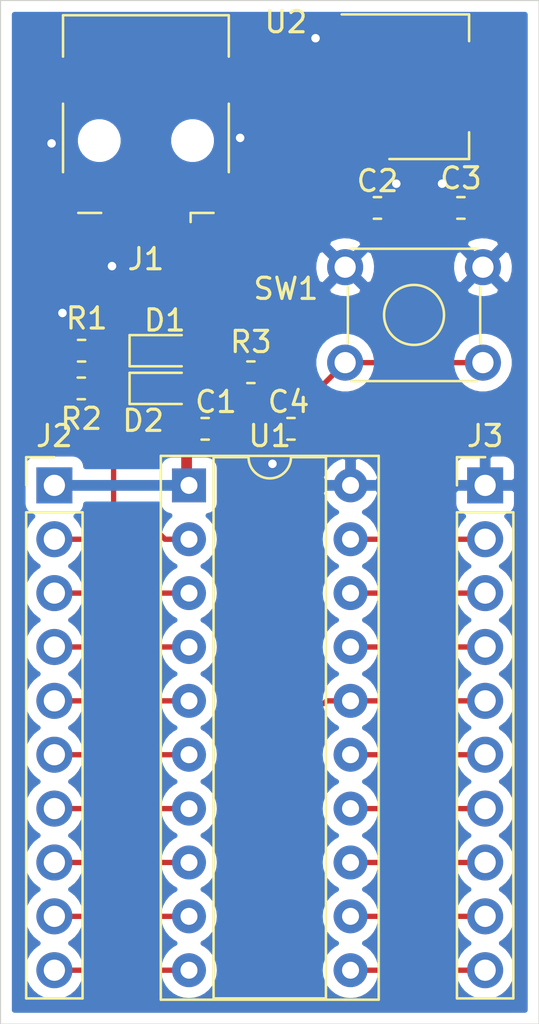
<source format=kicad_pcb>
(kicad_pcb (version 20171130) (host pcbnew "(5.1.0)-1")

  (general
    (thickness 1.6)
    (drawings 4)
    (tracks 110)
    (zones 0)
    (modules 15)
    (nets 27)
  )

  (page A4)
  (layers
    (0 F.Cu signal)
    (31 B.Cu signal hide)
    (32 B.Adhes user)
    (33 F.Adhes user)
    (34 B.Paste user)
    (35 F.Paste user)
    (36 B.SilkS user)
    (37 F.SilkS user)
    (38 B.Mask user)
    (39 F.Mask user)
    (40 Dwgs.User user)
    (41 Cmts.User user)
    (42 Eco1.User user)
    (43 Eco2.User user)
    (44 Edge.Cuts user)
    (45 Margin user)
    (46 B.CrtYd user)
    (47 F.CrtYd user)
    (48 B.Fab user)
    (49 F.Fab user hide)
  )

  (setup
    (last_trace_width 0.25)
    (user_trace_width 0.508)
    (trace_clearance 0.2)
    (zone_clearance 0.508)
    (zone_45_only no)
    (trace_min 0.2)
    (via_size 0.8)
    (via_drill 0.4)
    (via_min_size 0.4)
    (via_min_drill 0.3)
    (user_via 1.016 0.508)
    (uvia_size 0.3)
    (uvia_drill 0.1)
    (uvias_allowed no)
    (uvia_min_size 0.2)
    (uvia_min_drill 0.1)
    (edge_width 0.05)
    (segment_width 0.2)
    (pcb_text_width 0.3)
    (pcb_text_size 1.5 1.5)
    (mod_edge_width 0.12)
    (mod_text_size 1 1)
    (mod_text_width 0.15)
    (pad_size 1.524 1.524)
    (pad_drill 0.762)
    (pad_to_mask_clearance 0.051)
    (solder_mask_min_width 0.25)
    (aux_axis_origin 0 0)
    (visible_elements FFFFFF7F)
    (pcbplotparams
      (layerselection 0x010fc_ffffffff)
      (usegerberextensions false)
      (usegerberattributes false)
      (usegerberadvancedattributes false)
      (creategerberjobfile false)
      (excludeedgelayer true)
      (linewidth 0.100000)
      (plotframeref false)
      (viasonmask false)
      (mode 1)
      (useauxorigin false)
      (hpglpennumber 1)
      (hpglpenspeed 20)
      (hpglpendiameter 15.000000)
      (psnegative false)
      (psa4output false)
      (plotreference true)
      (plotvalue true)
      (plotinvisibletext false)
      (padsonsilk false)
      (subtractmaskfromsilk false)
      (outputformat 1)
      (mirror false)
      (drillshape 1)
      (scaleselection 1)
      (outputdirectory ""))
  )

  (net 0 "")
  (net 1 +3V3)
  (net 2 GND)
  (net 3 +5V)
  (net 4 /~RST)
  (net 5 "Net-(D1-Pad1)")
  (net 6 "Net-(D2-Pad1)")
  (net 7 "Net-(J1-Pad2)")
  (net 8 "Net-(J1-Pad3)")
  (net 9 "Net-(J1-Pad4)")
  (net 10 "Net-(J2-Pad10)")
  (net 11 "Net-(J2-Pad9)")
  (net 12 "Net-(J2-Pad8)")
  (net 13 "Net-(J2-Pad7)")
  (net 14 "Net-(J2-Pad6)")
  (net 15 "Net-(J2-Pad5)")
  (net 16 "Net-(J2-Pad4)")
  (net 17 "Net-(J2-Pad3)")
  (net 18 "Net-(J3-Pad2)")
  (net 19 "Net-(J3-Pad3)")
  (net 20 "Net-(J3-Pad4)")
  (net 21 "Net-(J3-Pad6)")
  (net 22 "Net-(J3-Pad7)")
  (net 23 "Net-(J3-Pad8)")
  (net 24 "Net-(J3-Pad9)")
  (net 25 "Net-(J3-Pad10)")
  (net 26 /P1.0)

  (net_class Default "This is the default net class."
    (clearance 0.2)
    (trace_width 0.25)
    (via_dia 0.8)
    (via_drill 0.4)
    (uvia_dia 0.3)
    (uvia_drill 0.1)
    (add_net +3V3)
    (add_net +5V)
    (add_net /P1.0)
    (add_net /~RST)
    (add_net GND)
    (add_net "Net-(D1-Pad1)")
    (add_net "Net-(D2-Pad1)")
    (add_net "Net-(J1-Pad2)")
    (add_net "Net-(J1-Pad3)")
    (add_net "Net-(J1-Pad4)")
    (add_net "Net-(J2-Pad10)")
    (add_net "Net-(J2-Pad3)")
    (add_net "Net-(J2-Pad4)")
    (add_net "Net-(J2-Pad5)")
    (add_net "Net-(J2-Pad6)")
    (add_net "Net-(J2-Pad7)")
    (add_net "Net-(J2-Pad8)")
    (add_net "Net-(J2-Pad9)")
    (add_net "Net-(J3-Pad10)")
    (add_net "Net-(J3-Pad2)")
    (add_net "Net-(J3-Pad3)")
    (add_net "Net-(J3-Pad4)")
    (add_net "Net-(J3-Pad6)")
    (add_net "Net-(J3-Pad7)")
    (add_net "Net-(J3-Pad8)")
    (add_net "Net-(J3-Pad9)")
  )

  (module Capacitor_SMD:C_0603_1608Metric_Pad1.05x0.95mm_HandSolder (layer F.Cu) (tedit 5B301BBE) (tstamp 5C987772)
    (at 108.712 73.533)
    (descr "Capacitor SMD 0603 (1608 Metric), square (rectangular) end terminal, IPC_7351 nominal with elongated pad for handsoldering. (Body size source: http://www.tortai-tech.com/upload/download/2011102023233369053.pdf), generated with kicad-footprint-generator")
    (tags "capacitor handsolder")
    (path /5C996D62)
    (attr smd)
    (fp_text reference C1 (at 0.508 -1.27) (layer F.SilkS)
      (effects (font (size 1 1) (thickness 0.15)))
    )
    (fp_text value 1uF (at 0 1.43) (layer F.Fab)
      (effects (font (size 1 1) (thickness 0.15)))
    )
    (fp_line (start -0.8 0.4) (end -0.8 -0.4) (layer F.Fab) (width 0.1))
    (fp_line (start -0.8 -0.4) (end 0.8 -0.4) (layer F.Fab) (width 0.1))
    (fp_line (start 0.8 -0.4) (end 0.8 0.4) (layer F.Fab) (width 0.1))
    (fp_line (start 0.8 0.4) (end -0.8 0.4) (layer F.Fab) (width 0.1))
    (fp_line (start -0.171267 -0.51) (end 0.171267 -0.51) (layer F.SilkS) (width 0.12))
    (fp_line (start -0.171267 0.51) (end 0.171267 0.51) (layer F.SilkS) (width 0.12))
    (fp_line (start -1.65 0.73) (end -1.65 -0.73) (layer F.CrtYd) (width 0.05))
    (fp_line (start -1.65 -0.73) (end 1.65 -0.73) (layer F.CrtYd) (width 0.05))
    (fp_line (start 1.65 -0.73) (end 1.65 0.73) (layer F.CrtYd) (width 0.05))
    (fp_line (start 1.65 0.73) (end -1.65 0.73) (layer F.CrtYd) (width 0.05))
    (fp_text user %R (at 0 0) (layer F.Fab)
      (effects (font (size 0.4 0.4) (thickness 0.06)))
    )
    (pad 1 smd roundrect (at -0.875 0) (size 1.05 0.95) (layers F.Cu F.Paste F.Mask) (roundrect_rratio 0.25)
      (net 1 +3V3))
    (pad 2 smd roundrect (at 0.875 0) (size 1.05 0.95) (layers F.Cu F.Paste F.Mask) (roundrect_rratio 0.25)
      (net 2 GND))
    (model ${KISYS3DMOD}/Capacitor_SMD.3dshapes/C_0603_1608Metric.wrl
      (at (xyz 0 0 0))
      (scale (xyz 1 1 1))
      (rotate (xyz 0 0 0))
    )
  )

  (module Capacitor_SMD:C_0603_1608Metric_Pad1.05x0.95mm_HandSolder (layer F.Cu) (tedit 5B301BBE) (tstamp 5C987783)
    (at 116.84 63.119)
    (descr "Capacitor SMD 0603 (1608 Metric), square (rectangular) end terminal, IPC_7351 nominal with elongated pad for handsoldering. (Body size source: http://www.tortai-tech.com/upload/download/2011102023233369053.pdf), generated with kicad-footprint-generator")
    (tags "capacitor handsolder")
    (path /5C9A98FE)
    (attr smd)
    (fp_text reference C2 (at 0 -1.27) (layer F.SilkS)
      (effects (font (size 1 1) (thickness 0.15)))
    )
    (fp_text value 10uF (at 0 1.43) (layer F.Fab)
      (effects (font (size 1 1) (thickness 0.15)))
    )
    (fp_line (start -0.8 0.4) (end -0.8 -0.4) (layer F.Fab) (width 0.1))
    (fp_line (start -0.8 -0.4) (end 0.8 -0.4) (layer F.Fab) (width 0.1))
    (fp_line (start 0.8 -0.4) (end 0.8 0.4) (layer F.Fab) (width 0.1))
    (fp_line (start 0.8 0.4) (end -0.8 0.4) (layer F.Fab) (width 0.1))
    (fp_line (start -0.171267 -0.51) (end 0.171267 -0.51) (layer F.SilkS) (width 0.12))
    (fp_line (start -0.171267 0.51) (end 0.171267 0.51) (layer F.SilkS) (width 0.12))
    (fp_line (start -1.65 0.73) (end -1.65 -0.73) (layer F.CrtYd) (width 0.05))
    (fp_line (start -1.65 -0.73) (end 1.65 -0.73) (layer F.CrtYd) (width 0.05))
    (fp_line (start 1.65 -0.73) (end 1.65 0.73) (layer F.CrtYd) (width 0.05))
    (fp_line (start 1.65 0.73) (end -1.65 0.73) (layer F.CrtYd) (width 0.05))
    (fp_text user %R (at 0 0) (layer F.Fab)
      (effects (font (size 0.4 0.4) (thickness 0.06)))
    )
    (pad 1 smd roundrect (at -0.875 0) (size 1.05 0.95) (layers F.Cu F.Paste F.Mask) (roundrect_rratio 0.25)
      (net 3 +5V))
    (pad 2 smd roundrect (at 0.875 0) (size 1.05 0.95) (layers F.Cu F.Paste F.Mask) (roundrect_rratio 0.25)
      (net 2 GND))
    (model ${KISYS3DMOD}/Capacitor_SMD.3dshapes/C_0603_1608Metric.wrl
      (at (xyz 0 0 0))
      (scale (xyz 1 1 1))
      (rotate (xyz 0 0 0))
    )
  )

  (module Capacitor_SMD:C_0603_1608Metric_Pad1.05x0.95mm_HandSolder (layer F.Cu) (tedit 5B301BBE) (tstamp 5C987794)
    (at 120.777 63.119 180)
    (descr "Capacitor SMD 0603 (1608 Metric), square (rectangular) end terminal, IPC_7351 nominal with elongated pad for handsoldering. (Body size source: http://www.tortai-tech.com/upload/download/2011102023233369053.pdf), generated with kicad-footprint-generator")
    (tags "capacitor handsolder")
    (path /5C9A6D97)
    (attr smd)
    (fp_text reference C3 (at 0 1.397 180) (layer F.SilkS)
      (effects (font (size 1 1) (thickness 0.15)))
    )
    (fp_text value 10uF (at 0 1.43 180) (layer F.Fab)
      (effects (font (size 1 1) (thickness 0.15)))
    )
    (fp_text user %R (at 0 0 180) (layer F.Fab)
      (effects (font (size 0.4 0.4) (thickness 0.06)))
    )
    (fp_line (start 1.65 0.73) (end -1.65 0.73) (layer F.CrtYd) (width 0.05))
    (fp_line (start 1.65 -0.73) (end 1.65 0.73) (layer F.CrtYd) (width 0.05))
    (fp_line (start -1.65 -0.73) (end 1.65 -0.73) (layer F.CrtYd) (width 0.05))
    (fp_line (start -1.65 0.73) (end -1.65 -0.73) (layer F.CrtYd) (width 0.05))
    (fp_line (start -0.171267 0.51) (end 0.171267 0.51) (layer F.SilkS) (width 0.12))
    (fp_line (start -0.171267 -0.51) (end 0.171267 -0.51) (layer F.SilkS) (width 0.12))
    (fp_line (start 0.8 0.4) (end -0.8 0.4) (layer F.Fab) (width 0.1))
    (fp_line (start 0.8 -0.4) (end 0.8 0.4) (layer F.Fab) (width 0.1))
    (fp_line (start -0.8 -0.4) (end 0.8 -0.4) (layer F.Fab) (width 0.1))
    (fp_line (start -0.8 0.4) (end -0.8 -0.4) (layer F.Fab) (width 0.1))
    (pad 2 smd roundrect (at 0.875 0 180) (size 1.05 0.95) (layers F.Cu F.Paste F.Mask) (roundrect_rratio 0.25)
      (net 2 GND))
    (pad 1 smd roundrect (at -0.875 0 180) (size 1.05 0.95) (layers F.Cu F.Paste F.Mask) (roundrect_rratio 0.25)
      (net 1 +3V3))
    (model ${KISYS3DMOD}/Capacitor_SMD.3dshapes/C_0603_1608Metric.wrl
      (at (xyz 0 0 0))
      (scale (xyz 1 1 1))
      (rotate (xyz 0 0 0))
    )
  )

  (module Capacitor_SMD:C_0603_1608Metric_Pad1.05x0.95mm_HandSolder (layer F.Cu) (tedit 5B301BBE) (tstamp 5C9877A5)
    (at 112.762 73.533 180)
    (descr "Capacitor SMD 0603 (1608 Metric), square (rectangular) end terminal, IPC_7351 nominal with elongated pad for handsoldering. (Body size source: http://www.tortai-tech.com/upload/download/2011102023233369053.pdf), generated with kicad-footprint-generator")
    (tags "capacitor handsolder")
    (path /5C9C5168)
    (attr smd)
    (fp_text reference C4 (at 0.113 1.27 180) (layer F.SilkS)
      (effects (font (size 1 1) (thickness 0.15)))
    )
    (fp_text value 10nF (at 0 1.43 180) (layer F.Fab)
      (effects (font (size 1 1) (thickness 0.15)))
    )
    (fp_text user %R (at 0 0 180) (layer F.Fab)
      (effects (font (size 0.4 0.4) (thickness 0.06)))
    )
    (fp_line (start 1.65 0.73) (end -1.65 0.73) (layer F.CrtYd) (width 0.05))
    (fp_line (start 1.65 -0.73) (end 1.65 0.73) (layer F.CrtYd) (width 0.05))
    (fp_line (start -1.65 -0.73) (end 1.65 -0.73) (layer F.CrtYd) (width 0.05))
    (fp_line (start -1.65 0.73) (end -1.65 -0.73) (layer F.CrtYd) (width 0.05))
    (fp_line (start -0.171267 0.51) (end 0.171267 0.51) (layer F.SilkS) (width 0.12))
    (fp_line (start -0.171267 -0.51) (end 0.171267 -0.51) (layer F.SilkS) (width 0.12))
    (fp_line (start 0.8 0.4) (end -0.8 0.4) (layer F.Fab) (width 0.1))
    (fp_line (start 0.8 -0.4) (end 0.8 0.4) (layer F.Fab) (width 0.1))
    (fp_line (start -0.8 -0.4) (end 0.8 -0.4) (layer F.Fab) (width 0.1))
    (fp_line (start -0.8 0.4) (end -0.8 -0.4) (layer F.Fab) (width 0.1))
    (pad 2 smd roundrect (at 0.875 0 180) (size 1.05 0.95) (layers F.Cu F.Paste F.Mask) (roundrect_rratio 0.25)
      (net 2 GND))
    (pad 1 smd roundrect (at -0.875 0 180) (size 1.05 0.95) (layers F.Cu F.Paste F.Mask) (roundrect_rratio 0.25)
      (net 4 /~RST))
    (model ${KISYS3DMOD}/Capacitor_SMD.3dshapes/C_0603_1608Metric.wrl
      (at (xyz 0 0 0))
      (scale (xyz 1 1 1))
      (rotate (xyz 0 0 0))
    )
  )

  (module LED_SMD:LED_0603_1608Metric_Pad1.05x0.95mm_HandSolder (layer F.Cu) (tedit 5B4B45C9) (tstamp 5C9877B8)
    (at 106.807 69.85)
    (descr "LED SMD 0603 (1608 Metric), square (rectangular) end terminal, IPC_7351 nominal, (Body size source: http://www.tortai-tech.com/upload/download/2011102023233369053.pdf), generated with kicad-footprint-generator")
    (tags "LED handsolder")
    (path /5C9AF236)
    (attr smd)
    (fp_text reference D1 (at 0 -1.43) (layer F.SilkS)
      (effects (font (size 1 1) (thickness 0.15)))
    )
    (fp_text value LED (at 0 1.43) (layer F.Fab)
      (effects (font (size 1 1) (thickness 0.15)))
    )
    (fp_line (start 0.8 -0.4) (end -0.5 -0.4) (layer F.Fab) (width 0.1))
    (fp_line (start -0.5 -0.4) (end -0.8 -0.1) (layer F.Fab) (width 0.1))
    (fp_line (start -0.8 -0.1) (end -0.8 0.4) (layer F.Fab) (width 0.1))
    (fp_line (start -0.8 0.4) (end 0.8 0.4) (layer F.Fab) (width 0.1))
    (fp_line (start 0.8 0.4) (end 0.8 -0.4) (layer F.Fab) (width 0.1))
    (fp_line (start 0.8 -0.735) (end -1.66 -0.735) (layer F.SilkS) (width 0.12))
    (fp_line (start -1.66 -0.735) (end -1.66 0.735) (layer F.SilkS) (width 0.12))
    (fp_line (start -1.66 0.735) (end 0.8 0.735) (layer F.SilkS) (width 0.12))
    (fp_line (start -1.65 0.73) (end -1.65 -0.73) (layer F.CrtYd) (width 0.05))
    (fp_line (start -1.65 -0.73) (end 1.65 -0.73) (layer F.CrtYd) (width 0.05))
    (fp_line (start 1.65 -0.73) (end 1.65 0.73) (layer F.CrtYd) (width 0.05))
    (fp_line (start 1.65 0.73) (end -1.65 0.73) (layer F.CrtYd) (width 0.05))
    (fp_text user %R (at 0 0) (layer F.Fab)
      (effects (font (size 0.4 0.4) (thickness 0.06)))
    )
    (pad 1 smd roundrect (at -0.875 0) (size 1.05 0.95) (layers F.Cu F.Paste F.Mask) (roundrect_rratio 0.25)
      (net 5 "Net-(D1-Pad1)"))
    (pad 2 smd roundrect (at 0.875 0) (size 1.05 0.95) (layers F.Cu F.Paste F.Mask) (roundrect_rratio 0.25)
      (net 1 +3V3))
    (model ${KISYS3DMOD}/LED_SMD.3dshapes/LED_0603_1608Metric.wrl
      (at (xyz 0 0 0))
      (scale (xyz 1 1 1))
      (rotate (xyz 0 0 0))
    )
  )

  (module LED_SMD:LED_0603_1608Metric_Pad1.05x0.95mm_HandSolder (layer F.Cu) (tedit 5B4B45C9) (tstamp 5C9877CB)
    (at 106.807 71.628)
    (descr "LED SMD 0603 (1608 Metric), square (rectangular) end terminal, IPC_7351 nominal, (Body size source: http://www.tortai-tech.com/upload/download/2011102023233369053.pdf), generated with kicad-footprint-generator")
    (tags "LED handsolder")
    (path /5C9B1383)
    (attr smd)
    (fp_text reference D2 (at -1.016 1.524) (layer F.SilkS)
      (effects (font (size 1 1) (thickness 0.15)))
    )
    (fp_text value LED (at 0 1.43) (layer F.Fab)
      (effects (font (size 1 1) (thickness 0.15)))
    )
    (fp_text user %R (at 0 0) (layer F.Fab)
      (effects (font (size 0.4 0.4) (thickness 0.06)))
    )
    (fp_line (start 1.65 0.73) (end -1.65 0.73) (layer F.CrtYd) (width 0.05))
    (fp_line (start 1.65 -0.73) (end 1.65 0.73) (layer F.CrtYd) (width 0.05))
    (fp_line (start -1.65 -0.73) (end 1.65 -0.73) (layer F.CrtYd) (width 0.05))
    (fp_line (start -1.65 0.73) (end -1.65 -0.73) (layer F.CrtYd) (width 0.05))
    (fp_line (start -1.66 0.735) (end 0.8 0.735) (layer F.SilkS) (width 0.12))
    (fp_line (start -1.66 -0.735) (end -1.66 0.735) (layer F.SilkS) (width 0.12))
    (fp_line (start 0.8 -0.735) (end -1.66 -0.735) (layer F.SilkS) (width 0.12))
    (fp_line (start 0.8 0.4) (end 0.8 -0.4) (layer F.Fab) (width 0.1))
    (fp_line (start -0.8 0.4) (end 0.8 0.4) (layer F.Fab) (width 0.1))
    (fp_line (start -0.8 -0.1) (end -0.8 0.4) (layer F.Fab) (width 0.1))
    (fp_line (start -0.5 -0.4) (end -0.8 -0.1) (layer F.Fab) (width 0.1))
    (fp_line (start 0.8 -0.4) (end -0.5 -0.4) (layer F.Fab) (width 0.1))
    (pad 2 smd roundrect (at 0.875 0) (size 1.05 0.95) (layers F.Cu F.Paste F.Mask) (roundrect_rratio 0.25)
      (net 1 +3V3))
    (pad 1 smd roundrect (at -0.875 0) (size 1.05 0.95) (layers F.Cu F.Paste F.Mask) (roundrect_rratio 0.25)
      (net 6 "Net-(D2-Pad1)"))
    (model ${KISYS3DMOD}/LED_SMD.3dshapes/LED_0603_1608Metric.wrl
      (at (xyz 0 0 0))
      (scale (xyz 1 1 1))
      (rotate (xyz 0 0 0))
    )
  )

  (module 1-Hr-Board:USB_CUI_UJ2-MBH-1-SMT-TR (layer F.Cu) (tedit 5C87078A) (tstamp 5C9877FD)
    (at 105.918 59.944 180)
    (descr "USB Mini-B 5-pin SMD connector, http://downloads.lumberg.com/datenblaetter/en/2486_01.pdf")
    (tags "USB USB_B USB_Mini connector")
    (path /5C9CD4BD)
    (attr smd)
    (fp_text reference J1 (at 0 -5.588 180) (layer F.SilkS)
      (effects (font (size 1 1) (thickness 0.15)))
    )
    (fp_text value USB_B_Mini (at 0 7.5 180) (layer F.Fab)
      (effects (font (size 1 1) (thickness 0.15)))
    )
    (fp_line (start 2.35 -4.9) (end -2.35 -4.9) (layer F.CrtYd) (width 0.05))
    (fp_line (start 2.35 -3.95) (end 2.35 -4.9) (layer F.CrtYd) (width 0.05))
    (fp_line (start 4.35 1.5) (end 5.95 1.5) (layer F.CrtYd) (width 0.05))
    (fp_line (start 4.35 4.2) (end 5.95 4.2) (layer F.CrtYd) (width 0.05))
    (fp_line (start 4.35 6.35) (end 4.35 4.2) (layer F.CrtYd) (width 0.05))
    (fp_line (start 3.91 5.91) (end -3.91 5.91) (layer F.SilkS) (width 0.12))
    (fp_line (start -1.6 -2.85) (end -1.25 -3.35) (layer F.Fab) (width 0.1))
    (fp_line (start -2.11 -3.41) (end -2.11 -3.84) (layer F.SilkS) (width 0.12))
    (fp_text user %R (at 0 0) (layer F.Fab)
      (effects (font (size 1 1) (thickness 0.15)))
    )
    (fp_line (start 3.91 5.91) (end 3.91 3.96) (layer F.SilkS) (width 0.12))
    (fp_line (start 3.91 1.74) (end 3.91 -1.49) (layer F.SilkS) (width 0.12))
    (fp_line (start 2.11 -3.41) (end 3.19 -3.41) (layer F.SilkS) (width 0.12))
    (fp_line (start -3.19 -3.41) (end -2.11 -3.41) (layer F.SilkS) (width 0.12))
    (fp_line (start -3.91 1.74) (end -3.91 -1.49) (layer F.SilkS) (width 0.12))
    (fp_line (start -3.91 5.91) (end -3.91 3.96) (layer F.SilkS) (width 0.12))
    (fp_line (start 3.85 5.85) (end 3.85 -3.35) (layer F.Fab) (width 0.1))
    (fp_line (start -3.85 5.85) (end 3.85 5.85) (layer F.Fab) (width 0.1))
    (fp_line (start -3.85 -3.35) (end -3.85 5.85) (layer F.Fab) (width 0.1))
    (fp_line (start -3.85 -3.35) (end 3.85 -3.35) (layer F.Fab) (width 0.1))
    (fp_line (start -4.35 6.35) (end 4.35 6.35) (layer F.CrtYd) (width 0.05))
    (fp_line (start 5.95 -3.95) (end 2.35 -3.95) (layer F.CrtYd) (width 0.05))
    (fp_line (start 5.95 1.5) (end 5.95 4.2) (layer F.CrtYd) (width 0.05))
    (fp_line (start -1.95 -3.35) (end -1.6 -2.85) (layer F.Fab) (width 0.1))
    (fp_line (start 4.35 -1.25) (end 4.35 1.5) (layer F.CrtYd) (width 0.05))
    (fp_line (start 4.35 -1.25) (end 5.95 -1.25) (layer F.CrtYd) (width 0.05))
    (fp_line (start 5.95 -3.95) (end 5.95 -1.25) (layer F.CrtYd) (width 0.05))
    (fp_line (start -2.35 -3.95) (end -2.35 -4.9) (layer F.CrtYd) (width 0.05))
    (fp_line (start -5.95 -3.95) (end -2.35 -3.95) (layer F.CrtYd) (width 0.05))
    (fp_line (start -5.95 -3.95) (end -5.95 -1.25) (layer F.CrtYd) (width 0.05))
    (fp_line (start -4.35 -1.25) (end -5.95 -1.25) (layer F.CrtYd) (width 0.05))
    (fp_line (start -4.35 -1.25) (end -4.35 1.5) (layer F.CrtYd) (width 0.05))
    (fp_line (start -4.35 1.5) (end -5.95 1.5) (layer F.CrtYd) (width 0.05))
    (fp_line (start -5.95 1.5) (end -5.95 4.2) (layer F.CrtYd) (width 0.05))
    (fp_line (start -4.35 4.2) (end -5.95 4.2) (layer F.CrtYd) (width 0.05))
    (fp_line (start -4.35 6.35) (end -4.35 4.2) (layer F.CrtYd) (width 0.05))
    (pad 1 smd rect (at -1.6 -3.556 180) (size 0.5 2) (layers F.Cu F.Paste F.Mask)
      (net 3 +5V))
    (pad 2 smd rect (at -0.8 -3.556 180) (size 0.5 2) (layers F.Cu F.Paste F.Mask)
      (net 7 "Net-(J1-Pad2)"))
    (pad 3 smd rect (at 0 -3.556 180) (size 0.5 2) (layers F.Cu F.Paste F.Mask)
      (net 8 "Net-(J1-Pad3)"))
    (pad 4 smd rect (at 0.8 -3.556 180) (size 0.5 2) (layers F.Cu F.Paste F.Mask)
      (net 9 "Net-(J1-Pad4)"))
    (pad 5 smd rect (at 1.6 -3.556 180) (size 0.5 2) (layers F.Cu F.Paste F.Mask)
      (net 2 GND))
    (pad 6 smd rect (at -4.45 -2.6 180) (size 2 1.7) (layers F.Cu F.Paste F.Mask)
      (net 2 GND))
    (pad 6 smd rect (at -4.45 2.85 180) (size 2 1.7) (layers F.Cu F.Paste F.Mask)
      (net 2 GND))
    (pad 6 smd rect (at 4.45 -2.6 180) (size 2 1.7) (layers F.Cu F.Paste F.Mask)
      (net 2 GND))
    (pad 6 smd rect (at 4.45 2.85 180) (size 2 1.7) (layers F.Cu F.Paste F.Mask)
      (net 2 GND))
    (pad "" np_thru_hole circle (at -2.2 0 180) (size 1 1) (drill 1) (layers *.Cu *.Mask))
    (pad "" np_thru_hole circle (at 2.2 0 180) (size 1 1) (drill 1) (layers *.Cu *.Mask))
    (model ${KISYS3DMOD}/Connector_USB.3dshapes/USB_Mini-B_Lumberg_2486_01_Horizontal.wrl
      (at (xyz 0 0 0))
      (scale (xyz 1 1 1))
      (rotate (xyz 0 0 0))
    )
  )

  (module Connector_PinHeader_2.54mm:PinHeader_1x10_P2.54mm_Vertical (layer F.Cu) (tedit 59FED5CC) (tstamp 5C98781B)
    (at 101.6 76.2)
    (descr "Through hole straight pin header, 1x10, 2.54mm pitch, single row")
    (tags "Through hole pin header THT 1x10 2.54mm single row")
    (path /5C98B643)
    (fp_text reference J2 (at 0 -2.33) (layer F.SilkS)
      (effects (font (size 1 1) (thickness 0.15)))
    )
    (fp_text value Conn_01x10 (at 0 25.19) (layer F.Fab)
      (effects (font (size 1 1) (thickness 0.15)))
    )
    (fp_text user %R (at 0 11.43 90) (layer F.Fab)
      (effects (font (size 1 1) (thickness 0.15)))
    )
    (fp_line (start 1.8 -1.8) (end -1.8 -1.8) (layer F.CrtYd) (width 0.05))
    (fp_line (start 1.8 24.65) (end 1.8 -1.8) (layer F.CrtYd) (width 0.05))
    (fp_line (start -1.8 24.65) (end 1.8 24.65) (layer F.CrtYd) (width 0.05))
    (fp_line (start -1.8 -1.8) (end -1.8 24.65) (layer F.CrtYd) (width 0.05))
    (fp_line (start -1.33 -1.33) (end 0 -1.33) (layer F.SilkS) (width 0.12))
    (fp_line (start -1.33 0) (end -1.33 -1.33) (layer F.SilkS) (width 0.12))
    (fp_line (start -1.33 1.27) (end 1.33 1.27) (layer F.SilkS) (width 0.12))
    (fp_line (start 1.33 1.27) (end 1.33 24.19) (layer F.SilkS) (width 0.12))
    (fp_line (start -1.33 1.27) (end -1.33 24.19) (layer F.SilkS) (width 0.12))
    (fp_line (start -1.33 24.19) (end 1.33 24.19) (layer F.SilkS) (width 0.12))
    (fp_line (start -1.27 -0.635) (end -0.635 -1.27) (layer F.Fab) (width 0.1))
    (fp_line (start -1.27 24.13) (end -1.27 -0.635) (layer F.Fab) (width 0.1))
    (fp_line (start 1.27 24.13) (end -1.27 24.13) (layer F.Fab) (width 0.1))
    (fp_line (start 1.27 -1.27) (end 1.27 24.13) (layer F.Fab) (width 0.1))
    (fp_line (start -0.635 -1.27) (end 1.27 -1.27) (layer F.Fab) (width 0.1))
    (pad 10 thru_hole oval (at 0 22.86) (size 1.7 1.7) (drill 1) (layers *.Cu *.Mask)
      (net 10 "Net-(J2-Pad10)"))
    (pad 9 thru_hole oval (at 0 20.32) (size 1.7 1.7) (drill 1) (layers *.Cu *.Mask)
      (net 11 "Net-(J2-Pad9)"))
    (pad 8 thru_hole oval (at 0 17.78) (size 1.7 1.7) (drill 1) (layers *.Cu *.Mask)
      (net 12 "Net-(J2-Pad8)"))
    (pad 7 thru_hole oval (at 0 15.24) (size 1.7 1.7) (drill 1) (layers *.Cu *.Mask)
      (net 13 "Net-(J2-Pad7)"))
    (pad 6 thru_hole oval (at 0 12.7) (size 1.7 1.7) (drill 1) (layers *.Cu *.Mask)
      (net 14 "Net-(J2-Pad6)"))
    (pad 5 thru_hole oval (at 0 10.16) (size 1.7 1.7) (drill 1) (layers *.Cu *.Mask)
      (net 15 "Net-(J2-Pad5)"))
    (pad 4 thru_hole oval (at 0 7.62) (size 1.7 1.7) (drill 1) (layers *.Cu *.Mask)
      (net 16 "Net-(J2-Pad4)"))
    (pad 3 thru_hole oval (at 0 5.08) (size 1.7 1.7) (drill 1) (layers *.Cu *.Mask)
      (net 17 "Net-(J2-Pad3)"))
    (pad 2 thru_hole oval (at 0 2.54) (size 1.7 1.7) (drill 1) (layers *.Cu *.Mask)
      (net 26 /P1.0))
    (pad 1 thru_hole rect (at 0 0) (size 1.7 1.7) (drill 1) (layers *.Cu *.Mask)
      (net 1 +3V3))
    (model ${KISYS3DMOD}/Connector_PinHeader_2.54mm.3dshapes/PinHeader_1x10_P2.54mm_Vertical.wrl
      (at (xyz 0 0 0))
      (scale (xyz 1 1 1))
      (rotate (xyz 0 0 0))
    )
  )

  (module Connector_PinHeader_2.54mm:PinHeader_1x10_P2.54mm_Vertical (layer F.Cu) (tedit 59FED5CC) (tstamp 5C987839)
    (at 121.92 76.2)
    (descr "Through hole straight pin header, 1x10, 2.54mm pitch, single row")
    (tags "Through hole pin header THT 1x10 2.54mm single row")
    (path /5C988F57)
    (fp_text reference J3 (at 0 -2.33) (layer F.SilkS)
      (effects (font (size 1 1) (thickness 0.15)))
    )
    (fp_text value Conn_01x10 (at 0 25.19) (layer F.Fab)
      (effects (font (size 1 1) (thickness 0.15)))
    )
    (fp_line (start -0.635 -1.27) (end 1.27 -1.27) (layer F.Fab) (width 0.1))
    (fp_line (start 1.27 -1.27) (end 1.27 24.13) (layer F.Fab) (width 0.1))
    (fp_line (start 1.27 24.13) (end -1.27 24.13) (layer F.Fab) (width 0.1))
    (fp_line (start -1.27 24.13) (end -1.27 -0.635) (layer F.Fab) (width 0.1))
    (fp_line (start -1.27 -0.635) (end -0.635 -1.27) (layer F.Fab) (width 0.1))
    (fp_line (start -1.33 24.19) (end 1.33 24.19) (layer F.SilkS) (width 0.12))
    (fp_line (start -1.33 1.27) (end -1.33 24.19) (layer F.SilkS) (width 0.12))
    (fp_line (start 1.33 1.27) (end 1.33 24.19) (layer F.SilkS) (width 0.12))
    (fp_line (start -1.33 1.27) (end 1.33 1.27) (layer F.SilkS) (width 0.12))
    (fp_line (start -1.33 0) (end -1.33 -1.33) (layer F.SilkS) (width 0.12))
    (fp_line (start -1.33 -1.33) (end 0 -1.33) (layer F.SilkS) (width 0.12))
    (fp_line (start -1.8 -1.8) (end -1.8 24.65) (layer F.CrtYd) (width 0.05))
    (fp_line (start -1.8 24.65) (end 1.8 24.65) (layer F.CrtYd) (width 0.05))
    (fp_line (start 1.8 24.65) (end 1.8 -1.8) (layer F.CrtYd) (width 0.05))
    (fp_line (start 1.8 -1.8) (end -1.8 -1.8) (layer F.CrtYd) (width 0.05))
    (fp_text user %R (at 0 11.43 90) (layer F.Fab)
      (effects (font (size 1 1) (thickness 0.15)))
    )
    (pad 1 thru_hole rect (at 0 0) (size 1.7 1.7) (drill 1) (layers *.Cu *.Mask)
      (net 2 GND))
    (pad 2 thru_hole oval (at 0 2.54) (size 1.7 1.7) (drill 1) (layers *.Cu *.Mask)
      (net 18 "Net-(J3-Pad2)"))
    (pad 3 thru_hole oval (at 0 5.08) (size 1.7 1.7) (drill 1) (layers *.Cu *.Mask)
      (net 19 "Net-(J3-Pad3)"))
    (pad 4 thru_hole oval (at 0 7.62) (size 1.7 1.7) (drill 1) (layers *.Cu *.Mask)
      (net 20 "Net-(J3-Pad4)"))
    (pad 5 thru_hole oval (at 0 10.16) (size 1.7 1.7) (drill 1) (layers *.Cu *.Mask)
      (net 4 /~RST))
    (pad 6 thru_hole oval (at 0 12.7) (size 1.7 1.7) (drill 1) (layers *.Cu *.Mask)
      (net 21 "Net-(J3-Pad6)"))
    (pad 7 thru_hole oval (at 0 15.24) (size 1.7 1.7) (drill 1) (layers *.Cu *.Mask)
      (net 22 "Net-(J3-Pad7)"))
    (pad 8 thru_hole oval (at 0 17.78) (size 1.7 1.7) (drill 1) (layers *.Cu *.Mask)
      (net 23 "Net-(J3-Pad8)"))
    (pad 9 thru_hole oval (at 0 20.32) (size 1.7 1.7) (drill 1) (layers *.Cu *.Mask)
      (net 24 "Net-(J3-Pad9)"))
    (pad 10 thru_hole oval (at 0 22.86) (size 1.7 1.7) (drill 1) (layers *.Cu *.Mask)
      (net 25 "Net-(J3-Pad10)"))
    (model ${KISYS3DMOD}/Connector_PinHeader_2.54mm.3dshapes/PinHeader_1x10_P2.54mm_Vertical.wrl
      (at (xyz 0 0 0))
      (scale (xyz 1 1 1))
      (rotate (xyz 0 0 0))
    )
  )

  (module Resistor_SMD:R_0603_1608Metric_Pad1.05x0.95mm_HandSolder (layer F.Cu) (tedit 5B301BBD) (tstamp 5C98784A)
    (at 102.884 69.85 180)
    (descr "Resistor SMD 0603 (1608 Metric), square (rectangular) end terminal, IPC_7351 nominal with elongated pad for handsoldering. (Body size source: http://www.tortai-tech.com/upload/download/2011102023233369053.pdf), generated with kicad-footprint-generator")
    (tags "resistor handsolder")
    (path /5C9B32B9)
    (attr smd)
    (fp_text reference R1 (at -0.24 1.524 180) (layer F.SilkS)
      (effects (font (size 1 1) (thickness 0.15)))
    )
    (fp_text value 100 (at 0 1.43 180) (layer F.Fab)
      (effects (font (size 1 1) (thickness 0.15)))
    )
    (fp_line (start -0.8 0.4) (end -0.8 -0.4) (layer F.Fab) (width 0.1))
    (fp_line (start -0.8 -0.4) (end 0.8 -0.4) (layer F.Fab) (width 0.1))
    (fp_line (start 0.8 -0.4) (end 0.8 0.4) (layer F.Fab) (width 0.1))
    (fp_line (start 0.8 0.4) (end -0.8 0.4) (layer F.Fab) (width 0.1))
    (fp_line (start -0.171267 -0.51) (end 0.171267 -0.51) (layer F.SilkS) (width 0.12))
    (fp_line (start -0.171267 0.51) (end 0.171267 0.51) (layer F.SilkS) (width 0.12))
    (fp_line (start -1.65 0.73) (end -1.65 -0.73) (layer F.CrtYd) (width 0.05))
    (fp_line (start -1.65 -0.73) (end 1.65 -0.73) (layer F.CrtYd) (width 0.05))
    (fp_line (start 1.65 -0.73) (end 1.65 0.73) (layer F.CrtYd) (width 0.05))
    (fp_line (start 1.65 0.73) (end -1.65 0.73) (layer F.CrtYd) (width 0.05))
    (fp_text user %R (at 0 0 180) (layer F.Fab)
      (effects (font (size 0.4 0.4) (thickness 0.06)))
    )
    (pad 1 smd roundrect (at -0.875 0 180) (size 1.05 0.95) (layers F.Cu F.Paste F.Mask) (roundrect_rratio 0.25)
      (net 5 "Net-(D1-Pad1)"))
    (pad 2 smd roundrect (at 0.875 0 180) (size 1.05 0.95) (layers F.Cu F.Paste F.Mask) (roundrect_rratio 0.25)
      (net 2 GND))
    (model ${KISYS3DMOD}/Resistor_SMD.3dshapes/R_0603_1608Metric.wrl
      (at (xyz 0 0 0))
      (scale (xyz 1 1 1))
      (rotate (xyz 0 0 0))
    )
  )

  (module Resistor_SMD:R_0603_1608Metric_Pad1.05x0.95mm_HandSolder (layer F.Cu) (tedit 5B301BBD) (tstamp 5C98785B)
    (at 102.87 71.628 180)
    (descr "Resistor SMD 0603 (1608 Metric), square (rectangular) end terminal, IPC_7351 nominal with elongated pad for handsoldering. (Body size source: http://www.tortai-tech.com/upload/download/2011102023233369053.pdf), generated with kicad-footprint-generator")
    (tags "resistor handsolder")
    (path /5C9B538F)
    (attr smd)
    (fp_text reference R2 (at 0 -1.43 180) (layer F.SilkS)
      (effects (font (size 1 1) (thickness 0.15)))
    )
    (fp_text value 100 (at 0 1.43 180) (layer F.Fab)
      (effects (font (size 1 1) (thickness 0.15)))
    )
    (fp_text user %R (at 0 0 180) (layer F.Fab)
      (effects (font (size 0.4 0.4) (thickness 0.06)))
    )
    (fp_line (start 1.65 0.73) (end -1.65 0.73) (layer F.CrtYd) (width 0.05))
    (fp_line (start 1.65 -0.73) (end 1.65 0.73) (layer F.CrtYd) (width 0.05))
    (fp_line (start -1.65 -0.73) (end 1.65 -0.73) (layer F.CrtYd) (width 0.05))
    (fp_line (start -1.65 0.73) (end -1.65 -0.73) (layer F.CrtYd) (width 0.05))
    (fp_line (start -0.171267 0.51) (end 0.171267 0.51) (layer F.SilkS) (width 0.12))
    (fp_line (start -0.171267 -0.51) (end 0.171267 -0.51) (layer F.SilkS) (width 0.12))
    (fp_line (start 0.8 0.4) (end -0.8 0.4) (layer F.Fab) (width 0.1))
    (fp_line (start 0.8 -0.4) (end 0.8 0.4) (layer F.Fab) (width 0.1))
    (fp_line (start -0.8 -0.4) (end 0.8 -0.4) (layer F.Fab) (width 0.1))
    (fp_line (start -0.8 0.4) (end -0.8 -0.4) (layer F.Fab) (width 0.1))
    (pad 2 smd roundrect (at 0.875 0 180) (size 1.05 0.95) (layers F.Cu F.Paste F.Mask) (roundrect_rratio 0.25)
      (net 26 /P1.0))
    (pad 1 smd roundrect (at -0.875 0 180) (size 1.05 0.95) (layers F.Cu F.Paste F.Mask) (roundrect_rratio 0.25)
      (net 6 "Net-(D2-Pad1)"))
    (model ${KISYS3DMOD}/Resistor_SMD.3dshapes/R_0603_1608Metric.wrl
      (at (xyz 0 0 0))
      (scale (xyz 1 1 1))
      (rotate (xyz 0 0 0))
    )
  )

  (module Resistor_SMD:R_0603_1608Metric_Pad1.05x0.95mm_HandSolder (layer F.Cu) (tedit 5B301BBD) (tstamp 5C98786C)
    (at 110.871 70.866)
    (descr "Resistor SMD 0603 (1608 Metric), square (rectangular) end terminal, IPC_7351 nominal with elongated pad for handsoldering. (Body size source: http://www.tortai-tech.com/upload/download/2011102023233369053.pdf), generated with kicad-footprint-generator")
    (tags "resistor handsolder")
    (path /5C9C4605)
    (attr smd)
    (fp_text reference R3 (at 0 -1.43) (layer F.SilkS)
      (effects (font (size 1 1) (thickness 0.15)))
    )
    (fp_text value 100 (at 0 1.43) (layer F.Fab)
      (effects (font (size 1 1) (thickness 0.15)))
    )
    (fp_line (start -0.8 0.4) (end -0.8 -0.4) (layer F.Fab) (width 0.1))
    (fp_line (start -0.8 -0.4) (end 0.8 -0.4) (layer F.Fab) (width 0.1))
    (fp_line (start 0.8 -0.4) (end 0.8 0.4) (layer F.Fab) (width 0.1))
    (fp_line (start 0.8 0.4) (end -0.8 0.4) (layer F.Fab) (width 0.1))
    (fp_line (start -0.171267 -0.51) (end 0.171267 -0.51) (layer F.SilkS) (width 0.12))
    (fp_line (start -0.171267 0.51) (end 0.171267 0.51) (layer F.SilkS) (width 0.12))
    (fp_line (start -1.65 0.73) (end -1.65 -0.73) (layer F.CrtYd) (width 0.05))
    (fp_line (start -1.65 -0.73) (end 1.65 -0.73) (layer F.CrtYd) (width 0.05))
    (fp_line (start 1.65 -0.73) (end 1.65 0.73) (layer F.CrtYd) (width 0.05))
    (fp_line (start 1.65 0.73) (end -1.65 0.73) (layer F.CrtYd) (width 0.05))
    (fp_text user %R (at 0 0) (layer F.Fab)
      (effects (font (size 0.4 0.4) (thickness 0.06)))
    )
    (pad 1 smd roundrect (at -0.875 0) (size 1.05 0.95) (layers F.Cu F.Paste F.Mask) (roundrect_rratio 0.25)
      (net 1 +3V3))
    (pad 2 smd roundrect (at 0.875 0) (size 1.05 0.95) (layers F.Cu F.Paste F.Mask) (roundrect_rratio 0.25)
      (net 4 /~RST))
    (model ${KISYS3DMOD}/Resistor_SMD.3dshapes/R_0603_1608Metric.wrl
      (at (xyz 0 0 0))
      (scale (xyz 1 1 1))
      (rotate (xyz 0 0 0))
    )
  )

  (module 1-Hr-Board:B3F-1000_Modified (layer F.Cu) (tedit 5C872389) (tstamp 5C987882)
    (at 115.316 65.913)
    (descr SW_TH_Tactile_Omron_B3F-10xx_https://www.omron.com/ecb/products/pdf/en-b3f.pdf)
    (tags "Omron B3F-10xx")
    (path /5C9C0B40)
    (fp_text reference SW1 (at -2.794 1.016) (layer F.SilkS)
      (effects (font (size 1 1) (thickness 0.15)))
    )
    (fp_text value SW_Push (at 3.2 6.5) (layer F.Fab)
      (effects (font (size 1 1) (thickness 0.15)))
    )
    (fp_line (start 0.25 -0.75) (end 0.25 5.25) (layer F.Fab) (width 0.1))
    (fp_line (start 6.25 -0.75) (end 6.25 5.25) (layer F.Fab) (width 0.1))
    (fp_line (start 0.25 -0.75) (end 6.25 -0.75) (layer F.Fab) (width 0.1))
    (fp_text user %R (at 3.25 2.25) (layer F.Fab)
      (effects (font (size 1 1) (thickness 0.15)))
    )
    (fp_line (start 7.65 -1.15) (end -1.1 -1.15) (layer F.CrtYd) (width 0.05))
    (fp_line (start 7.6 5.6) (end 7.6 -1.1) (layer F.CrtYd) (width 0.05))
    (fp_line (start -1.1 5.6) (end 7.6 5.6) (layer F.CrtYd) (width 0.05))
    (fp_line (start -1.1 -1.15) (end -1.1 5.6) (layer F.CrtYd) (width 0.05))
    (fp_circle (center 3.25 2.25) (end 4.25 3.25) (layer F.SilkS) (width 0.12))
    (fp_line (start 0.28 5.37) (end 6.22 5.37) (layer F.SilkS) (width 0.12))
    (fp_line (start 0.28 -0.87) (end 6.22 -0.87) (layer F.SilkS) (width 0.12))
    (fp_line (start 0.13 3.59) (end 0.13 0.91) (layer F.SilkS) (width 0.12))
    (fp_line (start 6.37 0.91) (end 6.37 3.59) (layer F.SilkS) (width 0.12))
    (fp_line (start 0.25 5.25) (end 6.25 5.25) (layer F.Fab) (width 0.1))
    (pad 2 thru_hole circle (at 6.5 4.5) (size 1.7 1.7) (drill 1) (layers *.Cu *.Mask)
      (net 4 /~RST))
    (pad 2 thru_hole circle (at 0 4.5) (size 1.7 1.7) (drill 1) (layers *.Cu *.Mask)
      (net 4 /~RST))
    (pad 1 thru_hole circle (at 6.5 0) (size 1.7 1.7) (drill 1) (layers *.Cu *.Mask)
      (net 2 GND))
    (pad 1 thru_hole circle (at 0 0) (size 1.7 1.7) (drill 1) (layers *.Cu *.Mask)
      (net 2 GND))
    (model ${KISYS3DMOD}/Button_Switch_THT.3dshapes/SW_TH_Tactile_Omron_B3F-10xx.wrl
      (at (xyz 0 0 0))
      (scale (xyz 1 1 1))
      (rotate (xyz 0 0 0))
    )
    (model ${KISYS3DMOD}/Button_Switch_THT.3dshapes/SW_PUSH_6mm_H4.3mm.step
      (at (xyz 0 0 0))
      (scale (xyz 1 1 1))
      (rotate (xyz 0 0 0))
    )
  )

  (module Package_DIP:DIP-20_W7.62mm_Socket (layer F.Cu) (tedit 5A02E8C5) (tstamp 5C9878B2)
    (at 107.95 76.2)
    (descr "20-lead though-hole mounted DIP package, row spacing 7.62 mm (300 mils), Socket")
    (tags "THT DIP DIL PDIP 2.54mm 7.62mm 300mil Socket")
    (path /5C987F72)
    (fp_text reference U1 (at 3.81 -2.33) (layer F.SilkS)
      (effects (font (size 1 1) (thickness 0.15)))
    )
    (fp_text value MSP430G2553_AK (at 3.81 25.19) (layer F.Fab)
      (effects (font (size 1 1) (thickness 0.15)))
    )
    (fp_arc (start 3.81 -1.33) (end 2.81 -1.33) (angle -180) (layer F.SilkS) (width 0.12))
    (fp_line (start 1.635 -1.27) (end 6.985 -1.27) (layer F.Fab) (width 0.1))
    (fp_line (start 6.985 -1.27) (end 6.985 24.13) (layer F.Fab) (width 0.1))
    (fp_line (start 6.985 24.13) (end 0.635 24.13) (layer F.Fab) (width 0.1))
    (fp_line (start 0.635 24.13) (end 0.635 -0.27) (layer F.Fab) (width 0.1))
    (fp_line (start 0.635 -0.27) (end 1.635 -1.27) (layer F.Fab) (width 0.1))
    (fp_line (start -1.27 -1.33) (end -1.27 24.19) (layer F.Fab) (width 0.1))
    (fp_line (start -1.27 24.19) (end 8.89 24.19) (layer F.Fab) (width 0.1))
    (fp_line (start 8.89 24.19) (end 8.89 -1.33) (layer F.Fab) (width 0.1))
    (fp_line (start 8.89 -1.33) (end -1.27 -1.33) (layer F.Fab) (width 0.1))
    (fp_line (start 2.81 -1.33) (end 1.16 -1.33) (layer F.SilkS) (width 0.12))
    (fp_line (start 1.16 -1.33) (end 1.16 24.19) (layer F.SilkS) (width 0.12))
    (fp_line (start 1.16 24.19) (end 6.46 24.19) (layer F.SilkS) (width 0.12))
    (fp_line (start 6.46 24.19) (end 6.46 -1.33) (layer F.SilkS) (width 0.12))
    (fp_line (start 6.46 -1.33) (end 4.81 -1.33) (layer F.SilkS) (width 0.12))
    (fp_line (start -1.33 -1.39) (end -1.33 24.25) (layer F.SilkS) (width 0.12))
    (fp_line (start -1.33 24.25) (end 8.95 24.25) (layer F.SilkS) (width 0.12))
    (fp_line (start 8.95 24.25) (end 8.95 -1.39) (layer F.SilkS) (width 0.12))
    (fp_line (start 8.95 -1.39) (end -1.33 -1.39) (layer F.SilkS) (width 0.12))
    (fp_line (start -1.55 -1.6) (end -1.55 24.45) (layer F.CrtYd) (width 0.05))
    (fp_line (start -1.55 24.45) (end 9.15 24.45) (layer F.CrtYd) (width 0.05))
    (fp_line (start 9.15 24.45) (end 9.15 -1.6) (layer F.CrtYd) (width 0.05))
    (fp_line (start 9.15 -1.6) (end -1.55 -1.6) (layer F.CrtYd) (width 0.05))
    (fp_text user %R (at 3.81 11.43) (layer F.Fab)
      (effects (font (size 1 1) (thickness 0.15)))
    )
    (pad 1 thru_hole rect (at 0 0) (size 1.6 1.6) (drill 0.8) (layers *.Cu *.Mask)
      (net 1 +3V3))
    (pad 11 thru_hole oval (at 7.62 22.86) (size 1.6 1.6) (drill 0.8) (layers *.Cu *.Mask)
      (net 25 "Net-(J3-Pad10)"))
    (pad 2 thru_hole oval (at 0 2.54) (size 1.6 1.6) (drill 0.8) (layers *.Cu *.Mask)
      (net 26 /P1.0))
    (pad 12 thru_hole oval (at 7.62 20.32) (size 1.6 1.6) (drill 0.8) (layers *.Cu *.Mask)
      (net 24 "Net-(J3-Pad9)"))
    (pad 3 thru_hole oval (at 0 5.08) (size 1.6 1.6) (drill 0.8) (layers *.Cu *.Mask)
      (net 17 "Net-(J2-Pad3)"))
    (pad 13 thru_hole oval (at 7.62 17.78) (size 1.6 1.6) (drill 0.8) (layers *.Cu *.Mask)
      (net 23 "Net-(J3-Pad8)"))
    (pad 4 thru_hole oval (at 0 7.62) (size 1.6 1.6) (drill 0.8) (layers *.Cu *.Mask)
      (net 16 "Net-(J2-Pad4)"))
    (pad 14 thru_hole oval (at 7.62 15.24) (size 1.6 1.6) (drill 0.8) (layers *.Cu *.Mask)
      (net 22 "Net-(J3-Pad7)"))
    (pad 5 thru_hole oval (at 0 10.16) (size 1.6 1.6) (drill 0.8) (layers *.Cu *.Mask)
      (net 15 "Net-(J2-Pad5)"))
    (pad 15 thru_hole oval (at 7.62 12.7) (size 1.6 1.6) (drill 0.8) (layers *.Cu *.Mask)
      (net 21 "Net-(J3-Pad6)"))
    (pad 6 thru_hole oval (at 0 12.7) (size 1.6 1.6) (drill 0.8) (layers *.Cu *.Mask)
      (net 14 "Net-(J2-Pad6)"))
    (pad 16 thru_hole oval (at 7.62 10.16) (size 1.6 1.6) (drill 0.8) (layers *.Cu *.Mask)
      (net 4 /~RST))
    (pad 7 thru_hole oval (at 0 15.24) (size 1.6 1.6) (drill 0.8) (layers *.Cu *.Mask)
      (net 13 "Net-(J2-Pad7)"))
    (pad 17 thru_hole oval (at 7.62 7.62) (size 1.6 1.6) (drill 0.8) (layers *.Cu *.Mask)
      (net 20 "Net-(J3-Pad4)"))
    (pad 8 thru_hole oval (at 0 17.78) (size 1.6 1.6) (drill 0.8) (layers *.Cu *.Mask)
      (net 12 "Net-(J2-Pad8)"))
    (pad 18 thru_hole oval (at 7.62 5.08) (size 1.6 1.6) (drill 0.8) (layers *.Cu *.Mask)
      (net 19 "Net-(J3-Pad3)"))
    (pad 9 thru_hole oval (at 0 20.32) (size 1.6 1.6) (drill 0.8) (layers *.Cu *.Mask)
      (net 11 "Net-(J2-Pad9)"))
    (pad 19 thru_hole oval (at 7.62 2.54) (size 1.6 1.6) (drill 0.8) (layers *.Cu *.Mask)
      (net 18 "Net-(J3-Pad2)"))
    (pad 10 thru_hole oval (at 0 22.86) (size 1.6 1.6) (drill 0.8) (layers *.Cu *.Mask)
      (net 10 "Net-(J2-Pad10)"))
    (pad 20 thru_hole oval (at 7.62 0) (size 1.6 1.6) (drill 0.8) (layers *.Cu *.Mask)
      (net 2 GND))
    (model ${KISYS3DMOD}/Package_DIP.3dshapes/DIP-20_W7.62mm_Socket.wrl
      (at (xyz 0 0 0))
      (scale (xyz 1 1 1))
      (rotate (xyz 0 0 0))
    )
    (model ${KISYS3DMOD}/Package_DIP.3dshapes/DIP-20_W7.62mm.wrl
      (offset (xyz 0 0 3.81))
      (scale (xyz 1 1 1))
      (rotate (xyz 0 0 0))
    )
  )

  (module Package_TO_SOT_SMD:SOT-223-3_TabPin2 (layer F.Cu) (tedit 5A02FF57) (tstamp 5C9878C8)
    (at 119.253 57.404)
    (descr "module CMS SOT223 4 pins")
    (tags "CMS SOT")
    (path /5C99C488)
    (attr smd)
    (fp_text reference U2 (at -6.731 -3.048) (layer F.SilkS)
      (effects (font (size 1 1) (thickness 0.15)))
    )
    (fp_text value AMS1117-3.3 (at 0 4.5) (layer F.Fab)
      (effects (font (size 1 1) (thickness 0.15)))
    )
    (fp_text user %R (at 0 0 90) (layer F.Fab)
      (effects (font (size 0.8 0.8) (thickness 0.12)))
    )
    (fp_line (start 1.91 3.41) (end 1.91 2.15) (layer F.SilkS) (width 0.12))
    (fp_line (start 1.91 -3.41) (end 1.91 -2.15) (layer F.SilkS) (width 0.12))
    (fp_line (start 4.4 -3.6) (end -4.4 -3.6) (layer F.CrtYd) (width 0.05))
    (fp_line (start 4.4 3.6) (end 4.4 -3.6) (layer F.CrtYd) (width 0.05))
    (fp_line (start -4.4 3.6) (end 4.4 3.6) (layer F.CrtYd) (width 0.05))
    (fp_line (start -4.4 -3.6) (end -4.4 3.6) (layer F.CrtYd) (width 0.05))
    (fp_line (start -1.85 -2.35) (end -0.85 -3.35) (layer F.Fab) (width 0.1))
    (fp_line (start -1.85 -2.35) (end -1.85 3.35) (layer F.Fab) (width 0.1))
    (fp_line (start -1.85 3.41) (end 1.91 3.41) (layer F.SilkS) (width 0.12))
    (fp_line (start -0.85 -3.35) (end 1.85 -3.35) (layer F.Fab) (width 0.1))
    (fp_line (start -4.1 -3.41) (end 1.91 -3.41) (layer F.SilkS) (width 0.12))
    (fp_line (start -1.85 3.35) (end 1.85 3.35) (layer F.Fab) (width 0.1))
    (fp_line (start 1.85 -3.35) (end 1.85 3.35) (layer F.Fab) (width 0.1))
    (pad 2 smd rect (at 3.15 0) (size 2 3.8) (layers F.Cu F.Paste F.Mask)
      (net 1 +3V3))
    (pad 2 smd rect (at -3.15 0) (size 2 1.5) (layers F.Cu F.Paste F.Mask)
      (net 1 +3V3))
    (pad 3 smd rect (at -3.15 2.3) (size 2 1.5) (layers F.Cu F.Paste F.Mask)
      (net 3 +5V))
    (pad 1 smd rect (at -3.15 -2.3) (size 2 1.5) (layers F.Cu F.Paste F.Mask)
      (net 2 GND))
    (model ${KISYS3DMOD}/Package_TO_SOT_SMD.3dshapes/SOT-223.wrl
      (at (xyz 0 0 0))
      (scale (xyz 1 1 1))
      (rotate (xyz 0 0 0))
    )
  )

  (gr_line (start 99.06 53.34) (end 99.06 101.6) (layer Edge.Cuts) (width 0.05) (tstamp 5C988689))
  (gr_line (start 124.46 53.34) (end 99.06 53.34) (layer Edge.Cuts) (width 0.05))
  (gr_line (start 124.46 101.6) (end 124.46 53.34) (layer Edge.Cuts) (width 0.05))
  (gr_line (start 99.06 101.6) (end 124.46 101.6) (layer Edge.Cuts) (width 0.05))

  (segment (start 101.6 76.2) (end 107.95 76.2) (width 0.508) (layer B.Cu) (net 1))
  (segment (start 107.682 69.85) (end 107.682 71.628) (width 0.508) (layer F.Cu) (net 1))
  (segment (start 107.682 73.378) (end 107.837 73.533) (width 0.508) (layer F.Cu) (net 1))
  (segment (start 107.682 71.628) (end 107.682 73.378) (width 0.508) (layer F.Cu) (net 1))
  (segment (start 108.98 69.85) (end 109.996 70.866) (width 0.508) (layer F.Cu) (net 1))
  (segment (start 107.682 69.85) (end 108.98 69.85) (width 0.508) (layer F.Cu) (net 1))
  (segment (start 109.996 70.291) (end 109.982 70.277) (width 0.508) (layer F.Cu) (net 1))
  (segment (start 109.996 70.866) (end 109.996 70.291) (width 0.508) (layer F.Cu) (net 1))
  (segment (start 109.982 70.277) (end 112.06 68.199) (width 0.508) (layer F.Cu) (net 1))
  (segment (start 116.572 68.199) (end 121.652 63.119) (width 0.508) (layer F.Cu) (net 1))
  (segment (start 112.06 68.199) (end 116.572 68.199) (width 0.508) (layer F.Cu) (net 1))
  (segment (start 121.652 58.155) (end 122.403 57.404) (width 0.508) (layer F.Cu) (net 1))
  (segment (start 121.652 63.119) (end 121.652 58.155) (width 0.508) (layer F.Cu) (net 1))
  (segment (start 116.103 57.404) (end 122.403 57.404) (width 0.508) (layer F.Cu) (net 1))
  (segment (start 107.837 76.087) (end 107.95 76.2) (width 0.508) (layer F.Cu) (net 1))
  (segment (start 107.837 73.533) (end 107.837 76.087) (width 0.508) (layer F.Cu) (net 1))
  (segment (start 109.587 73.533) (end 111.887 73.533) (width 0.508) (layer F.Cu) (net 2))
  (segment (start 104.318 63.5) (end 104.318 65.862) (width 0.508) (layer F.Cu) (net 2))
  (via (at 104.318 65.862) (size 0.8) (drill 0.4) (layers F.Cu B.Cu) (net 2))
  (segment (start 101.468 62.544) (end 101.468 60.076) (width 0.508) (layer F.Cu) (net 2))
  (via (at 101.468 60.076) (size 0.8) (drill 0.4) (layers F.Cu B.Cu) (net 2))
  (segment (start 101.468 57.094) (end 101.468 60.076) (width 0.508) (layer F.Cu) (net 2))
  (segment (start 110.368 58.452) (end 110.363 58.457) (width 0.508) (layer F.Cu) (net 2))
  (segment (start 110.368 57.094) (end 110.368 58.452) (width 0.508) (layer F.Cu) (net 2))
  (via (at 110.363 59.817) (size 0.8) (drill 0.4) (layers F.Cu B.Cu) (net 2))
  (segment (start 110.363 58.457) (end 110.363 59.817) (width 0.508) (layer F.Cu) (net 2))
  (segment (start 110.368 59.822) (end 110.363 59.817) (width 0.508) (layer F.Cu) (net 2))
  (segment (start 110.368 62.544) (end 110.368 59.822) (width 0.508) (layer F.Cu) (net 2))
  (segment (start 111.887 73.533) (end 111.887 74.108) (width 0.508) (layer F.Cu) (net 2))
  (via (at 111.887 75.184) (size 0.8) (drill 0.4) (layers F.Cu B.Cu) (net 2))
  (segment (start 111.887 74.108) (end 111.887 75.184) (width 0.508) (layer F.Cu) (net 2))
  (segment (start 102.009 69.275) (end 101.981 69.247) (width 0.508) (layer F.Cu) (net 2))
  (segment (start 102.009 69.85) (end 102.009 69.275) (width 0.508) (layer F.Cu) (net 2))
  (via (at 101.981 68.072) (size 0.8) (drill 0.4) (layers F.Cu B.Cu) (net 2))
  (segment (start 101.981 69.247) (end 101.981 68.072) (width 0.508) (layer F.Cu) (net 2))
  (segment (start 117.715 63.119) (end 119.902 63.119) (width 0.508) (layer F.Cu) (net 2))
  (segment (start 117.715 62.544) (end 117.729 62.53) (width 0.508) (layer F.Cu) (net 2))
  (segment (start 117.715 63.119) (end 117.715 62.544) (width 0.508) (layer F.Cu) (net 2))
  (via (at 117.729 61.976) (size 0.8) (drill 0.4) (layers F.Cu B.Cu) (net 2))
  (segment (start 117.729 62.53) (end 117.729 61.976) (width 0.508) (layer F.Cu) (net 2))
  (segment (start 119.902 62.544) (end 119.888 62.53) (width 0.508) (layer F.Cu) (net 2))
  (segment (start 119.902 63.119) (end 119.902 62.544) (width 0.508) (layer F.Cu) (net 2))
  (via (at 119.888 61.976) (size 0.8) (drill 0.4) (layers F.Cu B.Cu) (net 2))
  (segment (start 119.888 62.53) (end 119.888 61.976) (width 0.508) (layer F.Cu) (net 2))
  (segment (start 114.595 55.104) (end 114.581 55.118) (width 0.508) (layer F.Cu) (net 2))
  (segment (start 116.103 55.104) (end 114.595 55.104) (width 0.508) (layer F.Cu) (net 2))
  (segment (start 114.581 55.118) (end 113.919 55.118) (width 0.508) (layer F.Cu) (net 2))
  (via (at 113.919 55.118) (size 0.8) (drill 0.4) (layers F.Cu B.Cu) (net 2))
  (segment (start 116.103 62.981) (end 115.965 63.119) (width 0.508) (layer F.Cu) (net 3))
  (segment (start 116.103 59.704) (end 116.103 62.981) (width 0.508) (layer F.Cu) (net 3))
  (segment (start 107.518 65.008) (end 108.423 65.913) (width 0.508) (layer F.Cu) (net 3))
  (segment (start 107.518 63.5) (end 107.518 65.008) (width 0.508) (layer F.Cu) (net 3))
  (segment (start 108.423 65.913) (end 111.506 65.913) (width 0.508) (layer F.Cu) (net 3))
  (segment (start 111.506 65.913) (end 113.411 64.008) (width 0.508) (layer F.Cu) (net 3))
  (segment (start 115.076 64.008) (end 115.965 63.119) (width 0.508) (layer F.Cu) (net 3))
  (segment (start 113.411 64.008) (end 115.076 64.008) (width 0.508) (layer F.Cu) (net 3))
  (segment (start 115.57 86.36) (end 121.92 86.36) (width 0.25) (layer F.Cu) (net 4))
  (segment (start 113.637 75.847) (end 113.637 73.533) (width 0.25) (layer F.Cu) (net 4))
  (segment (start 114.43863 86.36) (end 114.31163 86.487) (width 0.25) (layer F.Cu) (net 4))
  (segment (start 115.57 86.36) (end 114.43863 86.36) (width 0.25) (layer F.Cu) (net 4))
  (segment (start 114.31163 86.487) (end 113.157 86.487) (width 0.25) (layer F.Cu) (net 4))
  (segment (start 113.157 86.487) (end 111.506 84.836) (width 0.25) (layer F.Cu) (net 4))
  (segment (start 111.506 84.836) (end 111.506 77.978) (width 0.25) (layer F.Cu) (net 4))
  (segment (start 111.506 77.978) (end 113.637 75.847) (width 0.25) (layer F.Cu) (net 4))
  (segment (start 113.637 72.092) (end 115.316 70.413) (width 0.25) (layer F.Cu) (net 4))
  (segment (start 113.637 73.533) (end 113.637 72.092) (width 0.25) (layer F.Cu) (net 4))
  (segment (start 113.597 72.092) (end 113.637 72.092) (width 0.25) (layer F.Cu) (net 4))
  (segment (start 112.371 70.866) (end 113.597 72.092) (width 0.25) (layer F.Cu) (net 4))
  (segment (start 111.746 70.866) (end 112.371 70.866) (width 0.25) (layer F.Cu) (net 4))
  (segment (start 121.816 70.413) (end 115.316 70.413) (width 0.25) (layer F.Cu) (net 4))
  (segment (start 103.759 69.85) (end 105.932 69.85) (width 0.25) (layer F.Cu) (net 5))
  (segment (start 105.932 71.628) (end 103.745 71.628) (width 0.25) (layer F.Cu) (net 6))
  (segment (start 102.802081 99.06) (end 107.95 99.06) (width 0.25) (layer F.Cu) (net 10))
  (segment (start 101.6 99.06) (end 102.802081 99.06) (width 0.25) (layer F.Cu) (net 10))
  (segment (start 106.81863 96.52) (end 101.6 96.52) (width 0.25) (layer F.Cu) (net 11))
  (segment (start 107.95 96.52) (end 106.81863 96.52) (width 0.25) (layer F.Cu) (net 11))
  (segment (start 102.802081 93.98) (end 107.95 93.98) (width 0.25) (layer F.Cu) (net 12))
  (segment (start 101.6 93.98) (end 102.802081 93.98) (width 0.25) (layer F.Cu) (net 12))
  (segment (start 106.81863 91.44) (end 101.6 91.44) (width 0.25) (layer F.Cu) (net 13))
  (segment (start 107.95 91.44) (end 106.81863 91.44) (width 0.25) (layer F.Cu) (net 13))
  (segment (start 102.802081 88.9) (end 107.95 88.9) (width 0.25) (layer F.Cu) (net 14))
  (segment (start 101.6 88.9) (end 102.802081 88.9) (width 0.25) (layer F.Cu) (net 14))
  (segment (start 102.802081 86.36) (end 107.95 86.36) (width 0.25) (layer F.Cu) (net 15))
  (segment (start 101.6 86.36) (end 102.802081 86.36) (width 0.25) (layer F.Cu) (net 15))
  (segment (start 107.95 83.82) (end 101.6 83.82) (width 0.25) (layer F.Cu) (net 16))
  (segment (start 102.802081 81.28) (end 107.95 81.28) (width 0.25) (layer F.Cu) (net 17))
  (segment (start 101.6 81.28) (end 102.802081 81.28) (width 0.25) (layer F.Cu) (net 17))
  (segment (start 116.70137 78.74) (end 121.92 78.74) (width 0.25) (layer F.Cu) (net 18))
  (segment (start 115.57 78.74) (end 116.70137 78.74) (width 0.25) (layer F.Cu) (net 18))
  (segment (start 116.70137 81.28) (end 121.92 81.28) (width 0.25) (layer F.Cu) (net 19))
  (segment (start 115.57 81.28) (end 116.70137 81.28) (width 0.25) (layer F.Cu) (net 19))
  (segment (start 116.70137 83.82) (end 121.92 83.82) (width 0.25) (layer F.Cu) (net 20))
  (segment (start 115.57 83.82) (end 116.70137 83.82) (width 0.25) (layer F.Cu) (net 20))
  (segment (start 120.717919 88.9) (end 115.57 88.9) (width 0.25) (layer F.Cu) (net 21))
  (segment (start 121.92 88.9) (end 120.717919 88.9) (width 0.25) (layer F.Cu) (net 21))
  (segment (start 115.57 91.44) (end 121.92 91.44) (width 0.25) (layer F.Cu) (net 22))
  (segment (start 116.70137 93.98) (end 121.92 93.98) (width 0.25) (layer F.Cu) (net 23))
  (segment (start 115.57 93.98) (end 116.70137 93.98) (width 0.25) (layer F.Cu) (net 23))
  (segment (start 115.57 96.52) (end 121.92 96.52) (width 0.25) (layer F.Cu) (net 24))
  (segment (start 115.57 99.06) (end 121.92 99.06) (width 0.25) (layer F.Cu) (net 25))
  (segment (start 103.505 78.74) (end 101.6 78.74) (width 0.25) (layer F.Cu) (net 26))
  (segment (start 101.995 72.203) (end 101.981 72.217) (width 0.25) (layer F.Cu) (net 26))
  (segment (start 101.995 71.628) (end 101.995 72.203) (width 0.25) (layer F.Cu) (net 26))
  (segment (start 101.981 72.217) (end 101.981 72.771) (width 0.25) (layer F.Cu) (net 26))
  (segment (start 101.981 72.771) (end 104.394 75.184) (width 0.25) (layer F.Cu) (net 26))
  (segment (start 104.394 75.184) (end 104.394 77.851) (width 0.25) (layer F.Cu) (net 26))
  (segment (start 104.394 77.851) (end 103.505 78.74) (width 0.25) (layer F.Cu) (net 26))
  (segment (start 105.92963 77.851) (end 104.394 77.851) (width 0.25) (layer F.Cu) (net 26))
  (segment (start 106.81863 78.74) (end 105.92963 77.851) (width 0.25) (layer F.Cu) (net 26))
  (segment (start 107.95 78.74) (end 106.81863 78.74) (width 0.25) (layer F.Cu) (net 26))

  (zone (net 2) (net_name GND) (layer B.Cu) (tstamp 0) (hatch edge 0.508)
    (connect_pads (clearance 0.508))
    (min_thickness 0.254)
    (fill yes (arc_segments 32) (thermal_gap 0.508) (thermal_bridge_width 0.508))
    (polygon
      (pts
        (xy 99.06 53.34) (xy 124.46 53.34) (xy 124.46 101.6) (xy 99.06 101.6)
      )
    )
    (filled_polygon
      (pts
        (xy 123.8 100.94) (xy 99.72 100.94) (xy 99.72 78.74) (xy 100.107815 78.74) (xy 100.136487 79.031111)
        (xy 100.221401 79.311034) (xy 100.359294 79.569014) (xy 100.544866 79.795134) (xy 100.770986 79.980706) (xy 100.825791 80.01)
        (xy 100.770986 80.039294) (xy 100.544866 80.224866) (xy 100.359294 80.450986) (xy 100.221401 80.708966) (xy 100.136487 80.988889)
        (xy 100.107815 81.28) (xy 100.136487 81.571111) (xy 100.221401 81.851034) (xy 100.359294 82.109014) (xy 100.544866 82.335134)
        (xy 100.770986 82.520706) (xy 100.825791 82.55) (xy 100.770986 82.579294) (xy 100.544866 82.764866) (xy 100.359294 82.990986)
        (xy 100.221401 83.248966) (xy 100.136487 83.528889) (xy 100.107815 83.82) (xy 100.136487 84.111111) (xy 100.221401 84.391034)
        (xy 100.359294 84.649014) (xy 100.544866 84.875134) (xy 100.770986 85.060706) (xy 100.825791 85.09) (xy 100.770986 85.119294)
        (xy 100.544866 85.304866) (xy 100.359294 85.530986) (xy 100.221401 85.788966) (xy 100.136487 86.068889) (xy 100.107815 86.36)
        (xy 100.136487 86.651111) (xy 100.221401 86.931034) (xy 100.359294 87.189014) (xy 100.544866 87.415134) (xy 100.770986 87.600706)
        (xy 100.825791 87.63) (xy 100.770986 87.659294) (xy 100.544866 87.844866) (xy 100.359294 88.070986) (xy 100.221401 88.328966)
        (xy 100.136487 88.608889) (xy 100.107815 88.9) (xy 100.136487 89.191111) (xy 100.221401 89.471034) (xy 100.359294 89.729014)
        (xy 100.544866 89.955134) (xy 100.770986 90.140706) (xy 100.825791 90.17) (xy 100.770986 90.199294) (xy 100.544866 90.384866)
        (xy 100.359294 90.610986) (xy 100.221401 90.868966) (xy 100.136487 91.148889) (xy 100.107815 91.44) (xy 100.136487 91.731111)
        (xy 100.221401 92.011034) (xy 100.359294 92.269014) (xy 100.544866 92.495134) (xy 100.770986 92.680706) (xy 100.825791 92.71)
        (xy 100.770986 92.739294) (xy 100.544866 92.924866) (xy 100.359294 93.150986) (xy 100.221401 93.408966) (xy 100.136487 93.688889)
        (xy 100.107815 93.98) (xy 100.136487 94.271111) (xy 100.221401 94.551034) (xy 100.359294 94.809014) (xy 100.544866 95.035134)
        (xy 100.770986 95.220706) (xy 100.825791 95.25) (xy 100.770986 95.279294) (xy 100.544866 95.464866) (xy 100.359294 95.690986)
        (xy 100.221401 95.948966) (xy 100.136487 96.228889) (xy 100.107815 96.52) (xy 100.136487 96.811111) (xy 100.221401 97.091034)
        (xy 100.359294 97.349014) (xy 100.544866 97.575134) (xy 100.770986 97.760706) (xy 100.825791 97.79) (xy 100.770986 97.819294)
        (xy 100.544866 98.004866) (xy 100.359294 98.230986) (xy 100.221401 98.488966) (xy 100.136487 98.768889) (xy 100.107815 99.06)
        (xy 100.136487 99.351111) (xy 100.221401 99.631034) (xy 100.359294 99.889014) (xy 100.544866 100.115134) (xy 100.770986 100.300706)
        (xy 101.028966 100.438599) (xy 101.308889 100.523513) (xy 101.52705 100.545) (xy 101.67295 100.545) (xy 101.891111 100.523513)
        (xy 102.171034 100.438599) (xy 102.429014 100.300706) (xy 102.655134 100.115134) (xy 102.840706 99.889014) (xy 102.978599 99.631034)
        (xy 103.063513 99.351111) (xy 103.092185 99.06) (xy 103.063513 98.768889) (xy 102.978599 98.488966) (xy 102.840706 98.230986)
        (xy 102.655134 98.004866) (xy 102.429014 97.819294) (xy 102.374209 97.79) (xy 102.429014 97.760706) (xy 102.655134 97.575134)
        (xy 102.840706 97.349014) (xy 102.978599 97.091034) (xy 103.063513 96.811111) (xy 103.092185 96.52) (xy 103.063513 96.228889)
        (xy 102.978599 95.948966) (xy 102.840706 95.690986) (xy 102.655134 95.464866) (xy 102.429014 95.279294) (xy 102.374209 95.25)
        (xy 102.429014 95.220706) (xy 102.655134 95.035134) (xy 102.840706 94.809014) (xy 102.978599 94.551034) (xy 103.063513 94.271111)
        (xy 103.092185 93.98) (xy 103.063513 93.688889) (xy 102.978599 93.408966) (xy 102.840706 93.150986) (xy 102.655134 92.924866)
        (xy 102.429014 92.739294) (xy 102.374209 92.71) (xy 102.429014 92.680706) (xy 102.655134 92.495134) (xy 102.840706 92.269014)
        (xy 102.978599 92.011034) (xy 103.063513 91.731111) (xy 103.092185 91.44) (xy 103.063513 91.148889) (xy 102.978599 90.868966)
        (xy 102.840706 90.610986) (xy 102.655134 90.384866) (xy 102.429014 90.199294) (xy 102.374209 90.17) (xy 102.429014 90.140706)
        (xy 102.655134 89.955134) (xy 102.840706 89.729014) (xy 102.978599 89.471034) (xy 103.063513 89.191111) (xy 103.092185 88.9)
        (xy 103.063513 88.608889) (xy 102.978599 88.328966) (xy 102.840706 88.070986) (xy 102.655134 87.844866) (xy 102.429014 87.659294)
        (xy 102.374209 87.63) (xy 102.429014 87.600706) (xy 102.655134 87.415134) (xy 102.840706 87.189014) (xy 102.978599 86.931034)
        (xy 103.063513 86.651111) (xy 103.092185 86.36) (xy 103.063513 86.068889) (xy 102.978599 85.788966) (xy 102.840706 85.530986)
        (xy 102.655134 85.304866) (xy 102.429014 85.119294) (xy 102.374209 85.09) (xy 102.429014 85.060706) (xy 102.655134 84.875134)
        (xy 102.840706 84.649014) (xy 102.978599 84.391034) (xy 103.063513 84.111111) (xy 103.092185 83.82) (xy 103.063513 83.528889)
        (xy 102.978599 83.248966) (xy 102.840706 82.990986) (xy 102.655134 82.764866) (xy 102.429014 82.579294) (xy 102.374209 82.55)
        (xy 102.429014 82.520706) (xy 102.655134 82.335134) (xy 102.840706 82.109014) (xy 102.978599 81.851034) (xy 103.063513 81.571111)
        (xy 103.092185 81.28) (xy 103.063513 80.988889) (xy 102.978599 80.708966) (xy 102.840706 80.450986) (xy 102.655134 80.224866)
        (xy 102.429014 80.039294) (xy 102.374209 80.01) (xy 102.429014 79.980706) (xy 102.655134 79.795134) (xy 102.840706 79.569014)
        (xy 102.978599 79.311034) (xy 103.063513 79.031111) (xy 103.092185 78.74) (xy 103.063513 78.448889) (xy 102.978599 78.168966)
        (xy 102.840706 77.910986) (xy 102.655134 77.684866) (xy 102.625313 77.660393) (xy 102.69418 77.639502) (xy 102.804494 77.580537)
        (xy 102.901185 77.501185) (xy 102.980537 77.404494) (xy 103.039502 77.29418) (xy 103.075812 77.174482) (xy 103.084231 77.089)
        (xy 106.520693 77.089) (xy 106.524188 77.124482) (xy 106.560498 77.24418) (xy 106.619463 77.354494) (xy 106.698815 77.451185)
        (xy 106.795506 77.530537) (xy 106.90582 77.589502) (xy 107.025518 77.625812) (xy 107.043482 77.627581) (xy 106.930392 77.720392)
        (xy 106.751068 77.938899) (xy 106.617818 78.188192) (xy 106.535764 78.458691) (xy 106.508057 78.74) (xy 106.535764 79.021309)
        (xy 106.617818 79.291808) (xy 106.751068 79.541101) (xy 106.930392 79.759608) (xy 107.148899 79.938932) (xy 107.281858 80.01)
        (xy 107.148899 80.081068) (xy 106.930392 80.260392) (xy 106.751068 80.478899) (xy 106.617818 80.728192) (xy 106.535764 80.998691)
        (xy 106.508057 81.28) (xy 106.535764 81.561309) (xy 106.617818 81.831808) (xy 106.751068 82.081101) (xy 106.930392 82.299608)
        (xy 107.148899 82.478932) (xy 107.281858 82.55) (xy 107.148899 82.621068) (xy 106.930392 82.800392) (xy 106.751068 83.018899)
        (xy 106.617818 83.268192) (xy 106.535764 83.538691) (xy 106.508057 83.82) (xy 106.535764 84.101309) (xy 106.617818 84.371808)
        (xy 106.751068 84.621101) (xy 106.930392 84.839608) (xy 107.148899 85.018932) (xy 107.281858 85.09) (xy 107.148899 85.161068)
        (xy 106.930392 85.340392) (xy 106.751068 85.558899) (xy 106.617818 85.808192) (xy 106.535764 86.078691) (xy 106.508057 86.36)
        (xy 106.535764 86.641309) (xy 106.617818 86.911808) (xy 106.751068 87.161101) (xy 106.930392 87.379608) (xy 107.148899 87.558932)
        (xy 107.281858 87.63) (xy 107.148899 87.701068) (xy 106.930392 87.880392) (xy 106.751068 88.098899) (xy 106.617818 88.348192)
        (xy 106.535764 88.618691) (xy 106.508057 88.9) (xy 106.535764 89.181309) (xy 106.617818 89.451808) (xy 106.751068 89.701101)
        (xy 106.930392 89.919608) (xy 107.148899 90.098932) (xy 107.281858 90.17) (xy 107.148899 90.241068) (xy 106.930392 90.420392)
        (xy 106.751068 90.638899) (xy 106.617818 90.888192) (xy 106.535764 91.158691) (xy 106.508057 91.44) (xy 106.535764 91.721309)
        (xy 106.617818 91.991808) (xy 106.751068 92.241101) (xy 106.930392 92.459608) (xy 107.148899 92.638932) (xy 107.281858 92.71)
        (xy 107.148899 92.781068) (xy 106.930392 92.960392) (xy 106.751068 93.178899) (xy 106.617818 93.428192) (xy 106.535764 93.698691)
        (xy 106.508057 93.98) (xy 106.535764 94.261309) (xy 106.617818 94.531808) (xy 106.751068 94.781101) (xy 106.930392 94.999608)
        (xy 107.148899 95.178932) (xy 107.281858 95.25) (xy 107.148899 95.321068) (xy 106.930392 95.500392) (xy 106.751068 95.718899)
        (xy 106.617818 95.968192) (xy 106.535764 96.238691) (xy 106.508057 96.52) (xy 106.535764 96.801309) (xy 106.617818 97.071808)
        (xy 106.751068 97.321101) (xy 106.930392 97.539608) (xy 107.148899 97.718932) (xy 107.281858 97.79) (xy 107.148899 97.861068)
        (xy 106.930392 98.040392) (xy 106.751068 98.258899) (xy 106.617818 98.508192) (xy 106.535764 98.778691) (xy 106.508057 99.06)
        (xy 106.535764 99.341309) (xy 106.617818 99.611808) (xy 106.751068 99.861101) (xy 106.930392 100.079608) (xy 107.148899 100.258932)
        (xy 107.398192 100.392182) (xy 107.668691 100.474236) (xy 107.879508 100.495) (xy 108.020492 100.495) (xy 108.231309 100.474236)
        (xy 108.501808 100.392182) (xy 108.751101 100.258932) (xy 108.969608 100.079608) (xy 109.148932 99.861101) (xy 109.282182 99.611808)
        (xy 109.364236 99.341309) (xy 109.391943 99.06) (xy 109.364236 98.778691) (xy 109.282182 98.508192) (xy 109.148932 98.258899)
        (xy 108.969608 98.040392) (xy 108.751101 97.861068) (xy 108.618142 97.79) (xy 108.751101 97.718932) (xy 108.969608 97.539608)
        (xy 109.148932 97.321101) (xy 109.282182 97.071808) (xy 109.364236 96.801309) (xy 109.391943 96.52) (xy 109.364236 96.238691)
        (xy 109.282182 95.968192) (xy 109.148932 95.718899) (xy 108.969608 95.500392) (xy 108.751101 95.321068) (xy 108.618142 95.25)
        (xy 108.751101 95.178932) (xy 108.969608 94.999608) (xy 109.148932 94.781101) (xy 109.282182 94.531808) (xy 109.364236 94.261309)
        (xy 109.391943 93.98) (xy 109.364236 93.698691) (xy 109.282182 93.428192) (xy 109.148932 93.178899) (xy 108.969608 92.960392)
        (xy 108.751101 92.781068) (xy 108.618142 92.71) (xy 108.751101 92.638932) (xy 108.969608 92.459608) (xy 109.148932 92.241101)
        (xy 109.282182 91.991808) (xy 109.364236 91.721309) (xy 109.391943 91.44) (xy 109.364236 91.158691) (xy 109.282182 90.888192)
        (xy 109.148932 90.638899) (xy 108.969608 90.420392) (xy 108.751101 90.241068) (xy 108.618142 90.17) (xy 108.751101 90.098932)
        (xy 108.969608 89.919608) (xy 109.148932 89.701101) (xy 109.282182 89.451808) (xy 109.364236 89.181309) (xy 109.391943 88.9)
        (xy 109.364236 88.618691) (xy 109.282182 88.348192) (xy 109.148932 88.098899) (xy 108.969608 87.880392) (xy 108.751101 87.701068)
        (xy 108.618142 87.63) (xy 108.751101 87.558932) (xy 108.969608 87.379608) (xy 109.148932 87.161101) (xy 109.282182 86.911808)
        (xy 109.364236 86.641309) (xy 109.391943 86.36) (xy 109.364236 86.078691) (xy 109.282182 85.808192) (xy 109.148932 85.558899)
        (xy 108.969608 85.340392) (xy 108.751101 85.161068) (xy 108.618142 85.09) (xy 108.751101 85.018932) (xy 108.969608 84.839608)
        (xy 109.148932 84.621101) (xy 109.282182 84.371808) (xy 109.364236 84.101309) (xy 109.391943 83.82) (xy 109.364236 83.538691)
        (xy 109.282182 83.268192) (xy 109.148932 83.018899) (xy 108.969608 82.800392) (xy 108.751101 82.621068) (xy 108.618142 82.55)
        (xy 108.751101 82.478932) (xy 108.969608 82.299608) (xy 109.148932 82.081101) (xy 109.282182 81.831808) (xy 109.364236 81.561309)
        (xy 109.391943 81.28) (xy 109.364236 80.998691) (xy 109.282182 80.728192) (xy 109.148932 80.478899) (xy 108.969608 80.260392)
        (xy 108.751101 80.081068) (xy 108.618142 80.01) (xy 108.751101 79.938932) (xy 108.969608 79.759608) (xy 109.148932 79.541101)
        (xy 109.282182 79.291808) (xy 109.364236 79.021309) (xy 109.391943 78.74) (xy 114.128057 78.74) (xy 114.155764 79.021309)
        (xy 114.237818 79.291808) (xy 114.371068 79.541101) (xy 114.550392 79.759608) (xy 114.768899 79.938932) (xy 114.901858 80.01)
        (xy 114.768899 80.081068) (xy 114.550392 80.260392) (xy 114.371068 80.478899) (xy 114.237818 80.728192) (xy 114.155764 80.998691)
        (xy 114.128057 81.28) (xy 114.155764 81.561309) (xy 114.237818 81.831808) (xy 114.371068 82.081101) (xy 114.550392 82.299608)
        (xy 114.768899 82.478932) (xy 114.901858 82.55) (xy 114.768899 82.621068) (xy 114.550392 82.800392) (xy 114.371068 83.018899)
        (xy 114.237818 83.268192) (xy 114.155764 83.538691) (xy 114.128057 83.82) (xy 114.155764 84.101309) (xy 114.237818 84.371808)
        (xy 114.371068 84.621101) (xy 114.550392 84.839608) (xy 114.768899 85.018932) (xy 114.901858 85.09) (xy 114.768899 85.161068)
        (xy 114.550392 85.340392) (xy 114.371068 85.558899) (xy 114.237818 85.808192) (xy 114.155764 86.078691) (xy 114.128057 86.36)
        (xy 114.155764 86.641309) (xy 114.237818 86.911808) (xy 114.371068 87.161101) (xy 114.550392 87.379608) (xy 114.768899 87.558932)
        (xy 114.901858 87.63) (xy 114.768899 87.701068) (xy 114.550392 87.880392) (xy 114.371068 88.098899) (xy 114.237818 88.348192)
        (xy 114.155764 88.618691) (xy 114.128057 88.9) (xy 114.155764 89.181309) (xy 114.237818 89.451808) (xy 114.371068 89.701101)
        (xy 114.550392 89.919608) (xy 114.768899 90.098932) (xy 114.901858 90.17) (xy 114.768899 90.241068) (xy 114.550392 90.420392)
        (xy 114.371068 90.638899) (xy 114.237818 90.888192) (xy 114.155764 91.158691) (xy 114.128057 91.44) (xy 114.155764 91.721309)
        (xy 114.237818 91.991808) (xy 114.371068 92.241101) (xy 114.550392 92.459608) (xy 114.768899 92.638932) (xy 114.901858 92.71)
        (xy 114.768899 92.781068) (xy 114.550392 92.960392) (xy 114.371068 93.178899) (xy 114.237818 93.428192) (xy 114.155764 93.698691)
        (xy 114.128057 93.98) (xy 114.155764 94.261309) (xy 114.237818 94.531808) (xy 114.371068 94.781101) (xy 114.550392 94.999608)
        (xy 114.768899 95.178932) (xy 114.901858 95.25) (xy 114.768899 95.321068) (xy 114.550392 95.500392) (xy 114.371068 95.718899)
        (xy 114.237818 95.968192) (xy 114.155764 96.238691) (xy 114.128057 96.52) (xy 114.155764 96.801309) (xy 114.237818 97.071808)
        (xy 114.371068 97.321101) (xy 114.550392 97.539608) (xy 114.768899 97.718932) (xy 114.901858 97.79) (xy 114.768899 97.861068)
        (xy 114.550392 98.040392) (xy 114.371068 98.258899) (xy 114.237818 98.508192) (xy 114.155764 98.778691) (xy 114.128057 99.06)
        (xy 114.155764 99.341309) (xy 114.237818 99.611808) (xy 114.371068 99.861101) (xy 114.550392 100.079608) (xy 114.768899 100.258932)
        (xy 115.018192 100.392182) (xy 115.288691 100.474236) (xy 115.499508 100.495) (xy 115.640492 100.495) (xy 115.851309 100.474236)
        (xy 116.121808 100.392182) (xy 116.371101 100.258932) (xy 116.589608 100.079608) (xy 116.768932 99.861101) (xy 116.902182 99.611808)
        (xy 116.984236 99.341309) (xy 117.011943 99.06) (xy 116.984236 98.778691) (xy 116.902182 98.508192) (xy 116.768932 98.258899)
        (xy 116.589608 98.040392) (xy 116.371101 97.861068) (xy 116.238142 97.79) (xy 116.371101 97.718932) (xy 116.589608 97.539608)
        (xy 116.768932 97.321101) (xy 116.902182 97.071808) (xy 116.984236 96.801309) (xy 117.011943 96.52) (xy 116.984236 96.238691)
        (xy 116.902182 95.968192) (xy 116.768932 95.718899) (xy 116.589608 95.500392) (xy 116.371101 95.321068) (xy 116.238142 95.25)
        (xy 116.371101 95.178932) (xy 116.589608 94.999608) (xy 116.768932 94.781101) (xy 116.902182 94.531808) (xy 116.984236 94.261309)
        (xy 117.011943 93.98) (xy 116.984236 93.698691) (xy 116.902182 93.428192) (xy 116.768932 93.178899) (xy 116.589608 92.960392)
        (xy 116.371101 92.781068) (xy 116.238142 92.71) (xy 116.371101 92.638932) (xy 116.589608 92.459608) (xy 116.768932 92.241101)
        (xy 116.902182 91.991808) (xy 116.984236 91.721309) (xy 117.011943 91.44) (xy 116.984236 91.158691) (xy 116.902182 90.888192)
        (xy 116.768932 90.638899) (xy 116.589608 90.420392) (xy 116.371101 90.241068) (xy 116.238142 90.17) (xy 116.371101 90.098932)
        (xy 116.589608 89.919608) (xy 116.768932 89.701101) (xy 116.902182 89.451808) (xy 116.984236 89.181309) (xy 117.011943 88.9)
        (xy 116.984236 88.618691) (xy 116.902182 88.348192) (xy 116.768932 88.098899) (xy 116.589608 87.880392) (xy 116.371101 87.701068)
        (xy 116.238142 87.63) (xy 116.371101 87.558932) (xy 116.589608 87.379608) (xy 116.768932 87.161101) (xy 116.902182 86.911808)
        (xy 116.984236 86.641309) (xy 117.011943 86.36) (xy 116.984236 86.078691) (xy 116.902182 85.808192) (xy 116.768932 85.558899)
        (xy 116.589608 85.340392) (xy 116.371101 85.161068) (xy 116.238142 85.09) (xy 116.371101 85.018932) (xy 116.589608 84.839608)
        (xy 116.768932 84.621101) (xy 116.902182 84.371808) (xy 116.984236 84.101309) (xy 117.011943 83.82) (xy 116.984236 83.538691)
        (xy 116.902182 83.268192) (xy 116.768932 83.018899) (xy 116.589608 82.800392) (xy 116.371101 82.621068) (xy 116.238142 82.55)
        (xy 116.371101 82.478932) (xy 116.589608 82.299608) (xy 116.768932 82.081101) (xy 116.902182 81.831808) (xy 116.984236 81.561309)
        (xy 117.011943 81.28) (xy 116.984236 80.998691) (xy 116.902182 80.728192) (xy 116.768932 80.478899) (xy 116.589608 80.260392)
        (xy 116.371101 80.081068) (xy 116.238142 80.01) (xy 116.371101 79.938932) (xy 116.589608 79.759608) (xy 116.768932 79.541101)
        (xy 116.902182 79.291808) (xy 116.984236 79.021309) (xy 117.011943 78.74) (xy 120.427815 78.74) (xy 120.456487 79.031111)
        (xy 120.541401 79.311034) (xy 120.679294 79.569014) (xy 120.864866 79.795134) (xy 121.090986 79.980706) (xy 121.145791 80.01)
        (xy 121.090986 80.039294) (xy 120.864866 80.224866) (xy 120.679294 80.450986) (xy 120.541401 80.708966) (xy 120.456487 80.988889)
        (xy 120.427815 81.28) (xy 120.456487 81.571111) (xy 120.541401 81.851034) (xy 120.679294 82.109014) (xy 120.864866 82.335134)
        (xy 121.090986 82.520706) (xy 121.145791 82.55) (xy 121.090986 82.579294) (xy 120.864866 82.764866) (xy 120.679294 82.990986)
        (xy 120.541401 83.248966) (xy 120.456487 83.528889) (xy 120.427815 83.82) (xy 120.456487 84.111111) (xy 120.541401 84.391034)
        (xy 120.679294 84.649014) (xy 120.864866 84.875134) (xy 121.090986 85.060706) (xy 121.145791 85.09) (xy 121.090986 85.119294)
        (xy 120.864866 85.304866) (xy 120.679294 85.530986) (xy 120.541401 85.788966) (xy 120.456487 86.068889) (xy 120.427815 86.36)
        (xy 120.456487 86.651111) (xy 120.541401 86.931034) (xy 120.679294 87.189014) (xy 120.864866 87.415134) (xy 121.090986 87.600706)
        (xy 121.145791 87.63) (xy 121.090986 87.659294) (xy 120.864866 87.844866) (xy 120.679294 88.070986) (xy 120.541401 88.328966)
        (xy 120.456487 88.608889) (xy 120.427815 88.9) (xy 120.456487 89.191111) (xy 120.541401 89.471034) (xy 120.679294 89.729014)
        (xy 120.864866 89.955134) (xy 121.090986 90.140706) (xy 121.145791 90.17) (xy 121.090986 90.199294) (xy 120.864866 90.384866)
        (xy 120.679294 90.610986) (xy 120.541401 90.868966) (xy 120.456487 91.148889) (xy 120.427815 91.44) (xy 120.456487 91.731111)
        (xy 120.541401 92.011034) (xy 120.679294 92.269014) (xy 120.864866 92.495134) (xy 121.090986 92.680706) (xy 121.145791 92.71)
        (xy 121.090986 92.739294) (xy 120.864866 92.924866) (xy 120.679294 93.150986) (xy 120.541401 93.408966) (xy 120.456487 93.688889)
        (xy 120.427815 93.98) (xy 120.456487 94.271111) (xy 120.541401 94.551034) (xy 120.679294 94.809014) (xy 120.864866 95.035134)
        (xy 121.090986 95.220706) (xy 121.145791 95.25) (xy 121.090986 95.279294) (xy 120.864866 95.464866) (xy 120.679294 95.690986)
        (xy 120.541401 95.948966) (xy 120.456487 96.228889) (xy 120.427815 96.52) (xy 120.456487 96.811111) (xy 120.541401 97.091034)
        (xy 120.679294 97.349014) (xy 120.864866 97.575134) (xy 121.090986 97.760706) (xy 121.145791 97.79) (xy 121.090986 97.819294)
        (xy 120.864866 98.004866) (xy 120.679294 98.230986) (xy 120.541401 98.488966) (xy 120.456487 98.768889) (xy 120.427815 99.06)
        (xy 120.456487 99.351111) (xy 120.541401 99.631034) (xy 120.679294 99.889014) (xy 120.864866 100.115134) (xy 121.090986 100.300706)
        (xy 121.348966 100.438599) (xy 121.628889 100.523513) (xy 121.84705 100.545) (xy 121.99295 100.545) (xy 122.211111 100.523513)
        (xy 122.491034 100.438599) (xy 122.749014 100.300706) (xy 122.975134 100.115134) (xy 123.160706 99.889014) (xy 123.298599 99.631034)
        (xy 123.383513 99.351111) (xy 123.412185 99.06) (xy 123.383513 98.768889) (xy 123.298599 98.488966) (xy 123.160706 98.230986)
        (xy 122.975134 98.004866) (xy 122.749014 97.819294) (xy 122.694209 97.79) (xy 122.749014 97.760706) (xy 122.975134 97.575134)
        (xy 123.160706 97.349014) (xy 123.298599 97.091034) (xy 123.383513 96.811111) (xy 123.412185 96.52) (xy 123.383513 96.228889)
        (xy 123.298599 95.948966) (xy 123.160706 95.690986) (xy 122.975134 95.464866) (xy 122.749014 95.279294) (xy 122.694209 95.25)
        (xy 122.749014 95.220706) (xy 122.975134 95.035134) (xy 123.160706 94.809014) (xy 123.298599 94.551034) (xy 123.383513 94.271111)
        (xy 123.412185 93.98) (xy 123.383513 93.688889) (xy 123.298599 93.408966) (xy 123.160706 93.150986) (xy 122.975134 92.924866)
        (xy 122.749014 92.739294) (xy 122.694209 92.71) (xy 122.749014 92.680706) (xy 122.975134 92.495134) (xy 123.160706 92.269014)
        (xy 123.298599 92.011034) (xy 123.383513 91.731111) (xy 123.412185 91.44) (xy 123.383513 91.148889) (xy 123.298599 90.868966)
        (xy 123.160706 90.610986) (xy 122.975134 90.384866) (xy 122.749014 90.199294) (xy 122.694209 90.17) (xy 122.749014 90.140706)
        (xy 122.975134 89.955134) (xy 123.160706 89.729014) (xy 123.298599 89.471034) (xy 123.383513 89.191111) (xy 123.412185 88.9)
        (xy 123.383513 88.608889) (xy 123.298599 88.328966) (xy 123.160706 88.070986) (xy 122.975134 87.844866) (xy 122.749014 87.659294)
        (xy 122.694209 87.63) (xy 122.749014 87.600706) (xy 122.975134 87.415134) (xy 123.160706 87.189014) (xy 123.298599 86.931034)
        (xy 123.383513 86.651111) (xy 123.412185 86.36) (xy 123.383513 86.068889) (xy 123.298599 85.788966) (xy 123.160706 85.530986)
        (xy 122.975134 85.304866) (xy 122.749014 85.119294) (xy 122.694209 85.09) (xy 122.749014 85.060706) (xy 122.975134 84.875134)
        (xy 123.160706 84.649014) (xy 123.298599 84.391034) (xy 123.383513 84.111111) (xy 123.412185 83.82) (xy 123.383513 83.528889)
        (xy 123.298599 83.248966) (xy 123.160706 82.990986) (xy 122.975134 82.764866) (xy 122.749014 82.579294) (xy 122.694209 82.55)
        (xy 122.749014 82.520706) (xy 122.975134 82.335134) (xy 123.160706 82.109014) (xy 123.298599 81.851034) (xy 123.383513 81.571111)
        (xy 123.412185 81.28) (xy 123.383513 80.988889) (xy 123.298599 80.708966) (xy 123.160706 80.450986) (xy 122.975134 80.224866)
        (xy 122.749014 80.039294) (xy 122.694209 80.01) (xy 122.749014 79.980706) (xy 122.975134 79.795134) (xy 123.160706 79.569014)
        (xy 123.298599 79.311034) (xy 123.383513 79.031111) (xy 123.412185 78.74) (xy 123.383513 78.448889) (xy 123.298599 78.168966)
        (xy 123.160706 77.910986) (xy 122.975134 77.684866) (xy 122.945313 77.660393) (xy 123.01418 77.639502) (xy 123.124494 77.580537)
        (xy 123.221185 77.501185) (xy 123.300537 77.404494) (xy 123.359502 77.29418) (xy 123.395812 77.174482) (xy 123.408072 77.05)
        (xy 123.405 76.48575) (xy 123.24625 76.327) (xy 122.047 76.327) (xy 122.047 76.347) (xy 121.793 76.347)
        (xy 121.793 76.327) (xy 120.59375 76.327) (xy 120.435 76.48575) (xy 120.431928 77.05) (xy 120.444188 77.174482)
        (xy 120.480498 77.29418) (xy 120.539463 77.404494) (xy 120.618815 77.501185) (xy 120.715506 77.580537) (xy 120.82582 77.639502)
        (xy 120.894687 77.660393) (xy 120.864866 77.684866) (xy 120.679294 77.910986) (xy 120.541401 78.168966) (xy 120.456487 78.448889)
        (xy 120.427815 78.74) (xy 117.011943 78.74) (xy 116.984236 78.458691) (xy 116.902182 78.188192) (xy 116.768932 77.938899)
        (xy 116.589608 77.720392) (xy 116.371101 77.541068) (xy 116.233318 77.467421) (xy 116.425131 77.352385) (xy 116.633519 77.163414)
        (xy 116.801037 76.93742) (xy 116.921246 76.683087) (xy 116.961904 76.549039) (xy 116.839915 76.327) (xy 115.697 76.327)
        (xy 115.697 76.347) (xy 115.443 76.347) (xy 115.443 76.327) (xy 114.300085 76.327) (xy 114.178096 76.549039)
        (xy 114.218754 76.683087) (xy 114.338963 76.93742) (xy 114.506481 77.163414) (xy 114.714869 77.352385) (xy 114.906682 77.467421)
        (xy 114.768899 77.541068) (xy 114.550392 77.720392) (xy 114.371068 77.938899) (xy 114.237818 78.188192) (xy 114.155764 78.458691)
        (xy 114.128057 78.74) (xy 109.391943 78.74) (xy 109.364236 78.458691) (xy 109.282182 78.188192) (xy 109.148932 77.938899)
        (xy 108.969608 77.720392) (xy 108.856518 77.627581) (xy 108.874482 77.625812) (xy 108.99418 77.589502) (xy 109.104494 77.530537)
        (xy 109.201185 77.451185) (xy 109.280537 77.354494) (xy 109.339502 77.24418) (xy 109.375812 77.124482) (xy 109.388072 77)
        (xy 109.388072 75.850961) (xy 114.178096 75.850961) (xy 114.300085 76.073) (xy 115.443 76.073) (xy 115.443 74.929376)
        (xy 115.697 74.929376) (xy 115.697 76.073) (xy 116.839915 76.073) (xy 116.961904 75.850961) (xy 116.921246 75.716913)
        (xy 116.801037 75.46258) (xy 116.717588 75.35) (xy 120.431928 75.35) (xy 120.435 75.91425) (xy 120.59375 76.073)
        (xy 121.793 76.073) (xy 121.793 74.87375) (xy 122.047 74.87375) (xy 122.047 76.073) (xy 123.24625 76.073)
        (xy 123.405 75.91425) (xy 123.408072 75.35) (xy 123.395812 75.225518) (xy 123.359502 75.10582) (xy 123.300537 74.995506)
        (xy 123.221185 74.898815) (xy 123.124494 74.819463) (xy 123.01418 74.760498) (xy 122.894482 74.724188) (xy 122.77 74.711928)
        (xy 122.20575 74.715) (xy 122.047 74.87375) (xy 121.793 74.87375) (xy 121.63425 74.715) (xy 121.07 74.711928)
        (xy 120.945518 74.724188) (xy 120.82582 74.760498) (xy 120.715506 74.819463) (xy 120.618815 74.898815) (xy 120.539463 74.995506)
        (xy 120.480498 75.10582) (xy 120.444188 75.225518) (xy 120.431928 75.35) (xy 116.717588 75.35) (xy 116.633519 75.236586)
        (xy 116.425131 75.047615) (xy 116.183881 74.90293) (xy 115.91904 74.808091) (xy 115.697 74.929376) (xy 115.443 74.929376)
        (xy 115.22096 74.808091) (xy 114.956119 74.90293) (xy 114.714869 75.047615) (xy 114.506481 75.236586) (xy 114.338963 75.46258)
        (xy 114.218754 75.716913) (xy 114.178096 75.850961) (xy 109.388072 75.850961) (xy 109.388072 75.4) (xy 109.375812 75.275518)
        (xy 109.339502 75.15582) (xy 109.280537 75.045506) (xy 109.201185 74.948815) (xy 109.104494 74.869463) (xy 108.99418 74.810498)
        (xy 108.874482 74.774188) (xy 108.75 74.761928) (xy 107.15 74.761928) (xy 107.025518 74.774188) (xy 106.90582 74.810498)
        (xy 106.795506 74.869463) (xy 106.698815 74.948815) (xy 106.619463 75.045506) (xy 106.560498 75.15582) (xy 106.524188 75.275518)
        (xy 106.520693 75.311) (xy 103.084231 75.311) (xy 103.075812 75.225518) (xy 103.039502 75.10582) (xy 102.980537 74.995506)
        (xy 102.901185 74.898815) (xy 102.804494 74.819463) (xy 102.69418 74.760498) (xy 102.574482 74.724188) (xy 102.45 74.711928)
        (xy 100.75 74.711928) (xy 100.625518 74.724188) (xy 100.50582 74.760498) (xy 100.395506 74.819463) (xy 100.298815 74.898815)
        (xy 100.219463 74.995506) (xy 100.160498 75.10582) (xy 100.124188 75.225518) (xy 100.111928 75.35) (xy 100.111928 77.05)
        (xy 100.124188 77.174482) (xy 100.160498 77.29418) (xy 100.219463 77.404494) (xy 100.298815 77.501185) (xy 100.395506 77.580537)
        (xy 100.50582 77.639502) (xy 100.574687 77.660393) (xy 100.544866 77.684866) (xy 100.359294 77.910986) (xy 100.221401 78.168966)
        (xy 100.136487 78.448889) (xy 100.107815 78.74) (xy 99.72 78.74) (xy 99.72 70.26674) (xy 113.831 70.26674)
        (xy 113.831 70.55926) (xy 113.888068 70.846158) (xy 114.00001 71.116411) (xy 114.162525 71.359632) (xy 114.369368 71.566475)
        (xy 114.612589 71.72899) (xy 114.882842 71.840932) (xy 115.16974 71.898) (xy 115.46226 71.898) (xy 115.749158 71.840932)
        (xy 116.019411 71.72899) (xy 116.262632 71.566475) (xy 116.469475 71.359632) (xy 116.63199 71.116411) (xy 116.743932 70.846158)
        (xy 116.801 70.55926) (xy 116.801 70.26674) (xy 120.331 70.26674) (xy 120.331 70.55926) (xy 120.388068 70.846158)
        (xy 120.50001 71.116411) (xy 120.662525 71.359632) (xy 120.869368 71.566475) (xy 121.112589 71.72899) (xy 121.382842 71.840932)
        (xy 121.66974 71.898) (xy 121.96226 71.898) (xy 122.249158 71.840932) (xy 122.519411 71.72899) (xy 122.762632 71.566475)
        (xy 122.969475 71.359632) (xy 123.13199 71.116411) (xy 123.243932 70.846158) (xy 123.301 70.55926) (xy 123.301 70.26674)
        (xy 123.243932 69.979842) (xy 123.13199 69.709589) (xy 122.969475 69.466368) (xy 122.762632 69.259525) (xy 122.519411 69.09701)
        (xy 122.249158 68.985068) (xy 121.96226 68.928) (xy 121.66974 68.928) (xy 121.382842 68.985068) (xy 121.112589 69.09701)
        (xy 120.869368 69.259525) (xy 120.662525 69.466368) (xy 120.50001 69.709589) (xy 120.388068 69.979842) (xy 120.331 70.26674)
        (xy 116.801 70.26674) (xy 116.743932 69.979842) (xy 116.63199 69.709589) (xy 116.469475 69.466368) (xy 116.262632 69.259525)
        (xy 116.019411 69.09701) (xy 115.749158 68.985068) (xy 115.46226 68.928) (xy 115.16974 68.928) (xy 114.882842 68.985068)
        (xy 114.612589 69.09701) (xy 114.369368 69.259525) (xy 114.162525 69.466368) (xy 114.00001 69.709589) (xy 113.888068 69.979842)
        (xy 113.831 70.26674) (xy 99.72 70.26674) (xy 99.72 66.941397) (xy 114.467208 66.941397) (xy 114.544843 67.190472)
        (xy 114.808883 67.316371) (xy 115.092411 67.388339) (xy 115.384531 67.403611) (xy 115.674019 67.361599) (xy 115.949747 67.263919)
        (xy 116.087157 67.190472) (xy 116.164792 66.941397) (xy 120.967208 66.941397) (xy 121.044843 67.190472) (xy 121.308883 67.316371)
        (xy 121.592411 67.388339) (xy 121.884531 67.403611) (xy 122.174019 67.361599) (xy 122.449747 67.263919) (xy 122.587157 67.190472)
        (xy 122.664792 66.941397) (xy 121.816 66.092605) (xy 120.967208 66.941397) (xy 116.164792 66.941397) (xy 115.316 66.092605)
        (xy 114.467208 66.941397) (xy 99.72 66.941397) (xy 99.72 65.981531) (xy 113.825389 65.981531) (xy 113.867401 66.271019)
        (xy 113.965081 66.546747) (xy 114.038528 66.684157) (xy 114.287603 66.761792) (xy 115.136395 65.913) (xy 115.495605 65.913)
        (xy 116.344397 66.761792) (xy 116.593472 66.684157) (xy 116.719371 66.420117) (xy 116.791339 66.136589) (xy 116.799445 65.981531)
        (xy 120.325389 65.981531) (xy 120.367401 66.271019) (xy 120.465081 66.546747) (xy 120.538528 66.684157) (xy 120.787603 66.761792)
        (xy 121.636395 65.913) (xy 121.995605 65.913) (xy 122.844397 66.761792) (xy 123.093472 66.684157) (xy 123.219371 66.420117)
        (xy 123.291339 66.136589) (xy 123.306611 65.844469) (xy 123.264599 65.554981) (xy 123.166919 65.279253) (xy 123.093472 65.141843)
        (xy 122.844397 65.064208) (xy 121.995605 65.913) (xy 121.636395 65.913) (xy 120.787603 65.064208) (xy 120.538528 65.141843)
        (xy 120.412629 65.405883) (xy 120.340661 65.689411) (xy 120.325389 65.981531) (xy 116.799445 65.981531) (xy 116.806611 65.844469)
        (xy 116.764599 65.554981) (xy 116.666919 65.279253) (xy 116.593472 65.141843) (xy 116.344397 65.064208) (xy 115.495605 65.913)
        (xy 115.136395 65.913) (xy 114.287603 65.064208) (xy 114.038528 65.141843) (xy 113.912629 65.405883) (xy 113.840661 65.689411)
        (xy 113.825389 65.981531) (xy 99.72 65.981531) (xy 99.72 64.884603) (xy 114.467208 64.884603) (xy 115.316 65.733395)
        (xy 116.164792 64.884603) (xy 120.967208 64.884603) (xy 121.816 65.733395) (xy 122.664792 64.884603) (xy 122.587157 64.635528)
        (xy 122.323117 64.509629) (xy 122.039589 64.437661) (xy 121.747469 64.422389) (xy 121.457981 64.464401) (xy 121.182253 64.562081)
        (xy 121.044843 64.635528) (xy 120.967208 64.884603) (xy 116.164792 64.884603) (xy 116.087157 64.635528) (xy 115.823117 64.509629)
        (xy 115.539589 64.437661) (xy 115.247469 64.422389) (xy 114.957981 64.464401) (xy 114.682253 64.562081) (xy 114.544843 64.635528)
        (xy 114.467208 64.884603) (xy 99.72 64.884603) (xy 99.72 59.832212) (xy 102.583 59.832212) (xy 102.583 60.055788)
        (xy 102.626617 60.275067) (xy 102.712176 60.481624) (xy 102.836388 60.66752) (xy 102.99448 60.825612) (xy 103.180376 60.949824)
        (xy 103.386933 61.035383) (xy 103.606212 61.079) (xy 103.829788 61.079) (xy 104.049067 61.035383) (xy 104.255624 60.949824)
        (xy 104.44152 60.825612) (xy 104.599612 60.66752) (xy 104.723824 60.481624) (xy 104.809383 60.275067) (xy 104.853 60.055788)
        (xy 104.853 59.832212) (xy 106.983 59.832212) (xy 106.983 60.055788) (xy 107.026617 60.275067) (xy 107.112176 60.481624)
        (xy 107.236388 60.66752) (xy 107.39448 60.825612) (xy 107.580376 60.949824) (xy 107.786933 61.035383) (xy 108.006212 61.079)
        (xy 108.229788 61.079) (xy 108.449067 61.035383) (xy 108.655624 60.949824) (xy 108.84152 60.825612) (xy 108.999612 60.66752)
        (xy 109.123824 60.481624) (xy 109.209383 60.275067) (xy 109.253 60.055788) (xy 109.253 59.832212) (xy 109.209383 59.612933)
        (xy 109.123824 59.406376) (xy 108.999612 59.22048) (xy 108.84152 59.062388) (xy 108.655624 58.938176) (xy 108.449067 58.852617)
        (xy 108.229788 58.809) (xy 108.006212 58.809) (xy 107.786933 58.852617) (xy 107.580376 58.938176) (xy 107.39448 59.062388)
        (xy 107.236388 59.22048) (xy 107.112176 59.406376) (xy 107.026617 59.612933) (xy 106.983 59.832212) (xy 104.853 59.832212)
        (xy 104.809383 59.612933) (xy 104.723824 59.406376) (xy 104.599612 59.22048) (xy 104.44152 59.062388) (xy 104.255624 58.938176)
        (xy 104.049067 58.852617) (xy 103.829788 58.809) (xy 103.606212 58.809) (xy 103.386933 58.852617) (xy 103.180376 58.938176)
        (xy 102.99448 59.062388) (xy 102.836388 59.22048) (xy 102.712176 59.406376) (xy 102.626617 59.612933) (xy 102.583 59.832212)
        (xy 99.72 59.832212) (xy 99.72 54) (xy 123.800001 54)
      )
    )
  )
)

</source>
